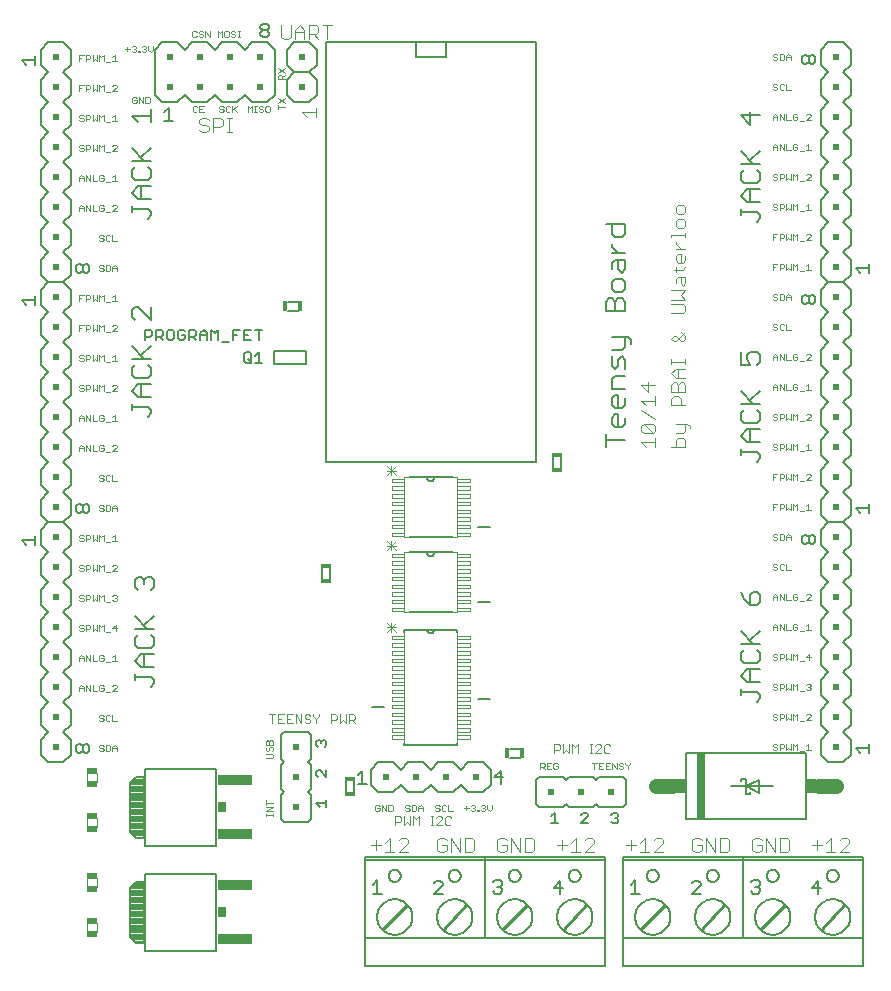
<source format=gto>
G75*
%MOIN*%
%OFA0B0*%
%FSLAX24Y24*%
%IPPOS*%
%LPD*%
%AMOC8*
5,1,8,0,0,1.08239X$1,22.5*
%
%ADD10C,0.0060*%
%ADD11C,0.0040*%
%ADD12C,0.0020*%
%ADD13C,0.0030*%
%ADD14R,0.0374X0.0197*%
%ADD15C,0.0500*%
%ADD16R,0.0300X0.2200*%
%ADD17R,0.0350X0.0500*%
%ADD18C,0.0080*%
%ADD19R,0.1140X0.0340*%
%ADD20R,0.0300X0.0340*%
%ADD21C,0.0079*%
%ADD22C,0.0050*%
%ADD23R,0.0240X0.0240*%
%ADD24R,0.0340X0.0160*%
%ADD25R,0.0160X0.0340*%
%ADD26R,0.0200X0.0200*%
%ADD27C,0.0000*%
%ADD28C,0.0100*%
D10*
X001700Y007900D02*
X001450Y008150D01*
X001450Y008650D01*
X001700Y008900D01*
X001450Y009150D01*
X001450Y009650D01*
X001700Y009900D01*
X001450Y010150D01*
X001450Y010650D01*
X001700Y010900D01*
X001450Y011150D01*
X001450Y011650D01*
X001700Y011900D01*
X001450Y012150D01*
X001450Y012650D01*
X001700Y012900D01*
X001450Y013150D01*
X001450Y013650D01*
X001700Y013900D01*
X001450Y014150D01*
X001450Y014650D01*
X001700Y014900D01*
X001450Y015150D01*
X001450Y015650D01*
X001700Y015900D01*
X002200Y015900D01*
X002450Y015650D01*
X002450Y015150D01*
X002200Y014900D01*
X002450Y014650D01*
X002450Y014150D01*
X002200Y013900D01*
X002450Y013650D01*
X002450Y013150D01*
X002200Y012900D01*
X002450Y012650D01*
X002450Y012150D01*
X002200Y011900D01*
X002450Y011650D01*
X002450Y011150D01*
X002200Y010900D01*
X002450Y010650D01*
X002450Y010150D01*
X002200Y009900D01*
X002450Y009650D01*
X002450Y009150D01*
X002200Y008900D01*
X002450Y008650D01*
X002450Y008150D01*
X002200Y007900D01*
X001700Y007900D01*
X004579Y010644D02*
X004579Y010857D01*
X004579Y010750D02*
X005113Y010750D01*
X005220Y010644D01*
X005220Y010537D01*
X005113Y010430D01*
X005220Y011075D02*
X004793Y011075D01*
X004579Y011288D01*
X004793Y011502D01*
X005220Y011502D01*
X005113Y011719D02*
X005220Y011826D01*
X005220Y012039D01*
X005113Y012146D01*
X005006Y012364D02*
X004579Y012791D01*
X004579Y012364D02*
X005220Y012364D01*
X004900Y012470D02*
X005220Y012791D01*
X004686Y012146D02*
X004579Y012039D01*
X004579Y011826D01*
X004686Y011719D01*
X005113Y011719D01*
X004900Y011502D02*
X004900Y011075D01*
X005113Y013653D02*
X005220Y013760D01*
X005220Y013973D01*
X005113Y014080D01*
X005006Y014080D01*
X004900Y013973D01*
X004900Y013866D01*
X004900Y013973D02*
X004793Y014080D01*
X004686Y014080D01*
X004579Y013973D01*
X004579Y013760D01*
X004686Y013653D01*
X002450Y016150D02*
X002200Y015900D01*
X001700Y015900D01*
X001450Y016150D01*
X001450Y016650D01*
X001700Y016900D01*
X001450Y017150D01*
X001450Y017650D01*
X001700Y017900D01*
X001450Y018150D01*
X001450Y018650D01*
X001700Y018900D01*
X001450Y019150D01*
X001450Y019650D01*
X001700Y019900D01*
X001450Y020150D01*
X001450Y020650D01*
X001700Y020900D01*
X001450Y021150D01*
X001450Y021650D01*
X001700Y021900D01*
X001450Y022150D01*
X001450Y022650D01*
X001700Y022900D01*
X001450Y023150D01*
X001450Y023650D01*
X001700Y023900D01*
X002200Y023900D01*
X002450Y023650D01*
X002450Y023150D01*
X002200Y022900D01*
X002450Y022650D01*
X002450Y022150D01*
X002200Y021900D01*
X002450Y021650D01*
X002450Y021150D01*
X002200Y020900D01*
X002450Y020650D01*
X002450Y020150D01*
X002200Y019900D01*
X002450Y019650D01*
X002450Y019150D01*
X002200Y018900D01*
X002450Y018650D01*
X002450Y018150D01*
X002200Y017900D01*
X002450Y017650D01*
X002450Y017150D01*
X002200Y016900D01*
X002450Y016650D01*
X002450Y016150D01*
X005013Y019430D02*
X005120Y019537D01*
X005120Y019644D01*
X005013Y019750D01*
X004479Y019750D01*
X004479Y019644D02*
X004479Y019857D01*
X004693Y020075D02*
X004479Y020288D01*
X004693Y020502D01*
X005120Y020502D01*
X005013Y020719D02*
X005120Y020826D01*
X005120Y021039D01*
X005013Y021146D01*
X004906Y021364D02*
X004479Y021791D01*
X004479Y021364D02*
X005120Y021364D01*
X004800Y021470D02*
X005120Y021791D01*
X004586Y021146D02*
X004479Y021039D01*
X004479Y020826D01*
X004586Y020719D01*
X005013Y020719D01*
X004800Y020502D02*
X004800Y020075D01*
X004693Y020075D02*
X005120Y020075D01*
X005120Y022653D02*
X004693Y023080D01*
X004586Y023080D01*
X004479Y022973D01*
X004479Y022760D01*
X004586Y022653D01*
X005120Y022653D02*
X005120Y023080D01*
X002450Y024150D02*
X002200Y023900D01*
X001700Y023900D01*
X001450Y024150D01*
X001450Y024650D01*
X001700Y024900D01*
X001450Y025150D01*
X001450Y025650D01*
X001700Y025900D01*
X001450Y026150D01*
X001450Y026650D01*
X001700Y026900D01*
X001450Y027150D01*
X001450Y027650D01*
X001700Y027900D01*
X001450Y028150D01*
X001450Y028650D01*
X001700Y028900D01*
X001450Y029150D01*
X001450Y029650D01*
X001700Y029900D01*
X001450Y030150D01*
X001450Y030650D01*
X001700Y030900D01*
X001450Y031150D01*
X001450Y031650D01*
X001700Y031900D01*
X002200Y031900D01*
X002450Y031650D01*
X002450Y031150D01*
X002200Y030900D01*
X002450Y030650D01*
X002450Y030150D01*
X002200Y029900D01*
X002450Y029650D01*
X002450Y029150D01*
X002200Y028900D01*
X002450Y028650D01*
X002450Y028150D01*
X002200Y027900D01*
X002450Y027650D01*
X002450Y027150D01*
X002200Y026900D01*
X002450Y026650D01*
X002450Y026150D01*
X002200Y025900D01*
X002450Y025650D01*
X002450Y025150D01*
X002200Y024900D01*
X002450Y024650D01*
X002450Y024150D01*
X004479Y026244D02*
X004479Y026457D01*
X004479Y026350D02*
X005013Y026350D01*
X005120Y026244D01*
X005120Y026137D01*
X005013Y026030D01*
X005120Y026675D02*
X004693Y026675D01*
X004479Y026888D01*
X004693Y027102D01*
X005120Y027102D01*
X005013Y027319D02*
X005120Y027426D01*
X005120Y027639D01*
X005013Y027746D01*
X004906Y027964D02*
X004479Y028391D01*
X004479Y027964D02*
X005120Y027964D01*
X004800Y028070D02*
X005120Y028391D01*
X004586Y027746D02*
X004479Y027639D01*
X004479Y027426D01*
X004586Y027319D01*
X005013Y027319D01*
X004800Y027102D02*
X004800Y026675D01*
X004693Y029253D02*
X004479Y029466D01*
X005120Y029466D01*
X005120Y029253D02*
X005120Y029680D01*
X005500Y029900D02*
X006000Y029900D01*
X006250Y030150D01*
X006500Y029900D01*
X007000Y029900D01*
X007250Y030150D01*
X007500Y029900D01*
X008000Y029900D01*
X008250Y030150D01*
X008500Y029900D01*
X009000Y029900D01*
X009250Y030150D01*
X009250Y031650D01*
X009000Y031900D01*
X008500Y031900D01*
X008250Y031650D01*
X008000Y031900D01*
X007500Y031900D01*
X007250Y031650D01*
X007000Y031900D01*
X006500Y031900D01*
X006250Y031650D01*
X006000Y031900D01*
X005500Y031900D01*
X005250Y031650D01*
X005250Y030150D01*
X005500Y029900D01*
X009650Y030150D02*
X009900Y029900D01*
X010400Y029900D01*
X010650Y030150D01*
X010650Y030650D01*
X010400Y030900D01*
X010650Y031150D01*
X010650Y031650D01*
X010400Y031900D01*
X009900Y031900D01*
X009650Y031650D01*
X009650Y031150D01*
X009900Y030900D01*
X010400Y030900D01*
X009900Y030900D02*
X009650Y030650D01*
X009650Y030150D01*
X009680Y023240D02*
X010020Y023240D01*
X010020Y022960D02*
X009680Y022960D01*
X013710Y017400D02*
X014330Y017400D01*
X014570Y017400D01*
X015190Y017400D01*
X014570Y017400D02*
X014568Y017379D01*
X014563Y017359D01*
X014554Y017340D01*
X014542Y017323D01*
X014527Y017308D01*
X014510Y017296D01*
X014491Y017287D01*
X014471Y017282D01*
X014450Y017280D01*
X014429Y017282D01*
X014409Y017287D01*
X014390Y017296D01*
X014373Y017308D01*
X014358Y017323D01*
X014346Y017340D01*
X014337Y017359D01*
X014332Y017379D01*
X014330Y017400D01*
X013710Y015400D02*
X015190Y015400D01*
X015190Y014900D02*
X014570Y014900D01*
X014330Y014900D01*
X013710Y014900D01*
X014330Y014900D02*
X014332Y014879D01*
X014337Y014859D01*
X014346Y014840D01*
X014358Y014823D01*
X014373Y014808D01*
X014390Y014796D01*
X014409Y014787D01*
X014429Y014782D01*
X014450Y014780D01*
X014471Y014782D01*
X014491Y014787D01*
X014510Y014796D01*
X014527Y014808D01*
X014542Y014823D01*
X014554Y014840D01*
X014563Y014859D01*
X014568Y014879D01*
X014570Y014900D01*
X016030Y015760D02*
X016430Y015760D01*
X016430Y013260D02*
X016030Y013260D01*
X015190Y012900D02*
X013710Y012900D01*
X013560Y012330D02*
X013560Y012260D01*
X013560Y012330D02*
X014330Y012330D01*
X014570Y012330D01*
X015340Y012330D01*
X015340Y012260D01*
X014570Y012330D02*
X014568Y012309D01*
X014563Y012289D01*
X014554Y012270D01*
X014542Y012253D01*
X014527Y012238D01*
X014510Y012226D01*
X014491Y012217D01*
X014471Y012212D01*
X014450Y012210D01*
X014429Y012212D01*
X014409Y012217D01*
X014390Y012226D01*
X014373Y012238D01*
X014358Y012253D01*
X014346Y012270D01*
X014337Y012289D01*
X014332Y012309D01*
X014330Y012330D01*
X016010Y010000D02*
X016410Y010000D01*
X017080Y008340D02*
X017420Y008340D01*
X017420Y008060D02*
X017080Y008060D01*
X016450Y007650D02*
X016450Y007150D01*
X016200Y006900D01*
X015700Y006900D01*
X015450Y007150D01*
X015200Y006900D01*
X014700Y006900D01*
X014450Y007150D01*
X014200Y006900D01*
X013700Y006900D01*
X013450Y007150D01*
X013200Y006900D01*
X012700Y006900D01*
X012450Y007150D01*
X012450Y007650D01*
X012700Y007900D01*
X013200Y007900D01*
X013450Y007650D01*
X013700Y007900D01*
X014200Y007900D01*
X014450Y007650D01*
X014700Y007900D01*
X015200Y007900D01*
X015450Y007650D01*
X015700Y007900D01*
X016200Y007900D01*
X016450Y007650D01*
X015340Y008470D02*
X015340Y008540D01*
X015340Y008470D02*
X013560Y008470D01*
X013560Y008540D01*
X012890Y009750D02*
X012490Y009750D01*
X010450Y008800D02*
X010450Y008000D01*
X010350Y007900D01*
X010450Y007800D01*
X010450Y007000D01*
X010350Y006900D01*
X010450Y006800D01*
X010450Y006000D01*
X010350Y005900D01*
X009550Y005900D01*
X009450Y006000D01*
X009450Y006800D01*
X009550Y006900D01*
X009450Y007000D01*
X009450Y007800D01*
X009550Y007900D01*
X009450Y008000D01*
X009450Y008800D01*
X009550Y008900D01*
X010350Y008900D01*
X010450Y008800D01*
X011610Y007270D02*
X011610Y006930D01*
X011890Y006930D02*
X011890Y007270D01*
X012250Y004750D02*
X016250Y004750D01*
X016250Y002050D01*
X016900Y002050D01*
X017600Y002050D01*
X018900Y002050D01*
X019600Y002050D01*
X020250Y002050D01*
X020250Y001100D01*
X012250Y001100D01*
X012250Y002050D01*
X012900Y002050D01*
X013600Y002050D01*
X014900Y002050D01*
X015600Y002050D01*
X016250Y002050D01*
X014660Y002750D02*
X014662Y002798D01*
X014668Y002846D01*
X014678Y002893D01*
X014691Y002939D01*
X014708Y002984D01*
X014729Y003027D01*
X014754Y003069D01*
X014781Y003108D01*
X014812Y003145D01*
X014846Y003180D01*
X014882Y003211D01*
X014921Y003240D01*
X014962Y003265D01*
X015005Y003287D01*
X015049Y003305D01*
X015095Y003319D01*
X015142Y003330D01*
X015190Y003337D01*
X015238Y003340D01*
X015286Y003339D01*
X015334Y003334D01*
X015381Y003325D01*
X015428Y003313D01*
X015473Y003296D01*
X015517Y003276D01*
X015559Y003253D01*
X015599Y003226D01*
X015636Y003196D01*
X015671Y003163D01*
X015704Y003127D01*
X015733Y003089D01*
X015759Y003048D01*
X015782Y003006D01*
X015801Y002962D01*
X015816Y002916D01*
X015828Y002870D01*
X015836Y002822D01*
X015840Y002774D01*
X015840Y002726D01*
X015836Y002678D01*
X015828Y002630D01*
X015816Y002584D01*
X015801Y002538D01*
X015782Y002494D01*
X015759Y002452D01*
X015733Y002411D01*
X015704Y002373D01*
X015671Y002337D01*
X015636Y002304D01*
X015599Y002274D01*
X015559Y002247D01*
X015517Y002224D01*
X015473Y002204D01*
X015428Y002187D01*
X015381Y002175D01*
X015334Y002166D01*
X015286Y002161D01*
X015238Y002160D01*
X015190Y002163D01*
X015142Y002170D01*
X015095Y002181D01*
X015049Y002195D01*
X015005Y002213D01*
X014962Y002235D01*
X014921Y002260D01*
X014882Y002289D01*
X014846Y002320D01*
X014812Y002355D01*
X014781Y002392D01*
X014754Y002431D01*
X014729Y002473D01*
X014708Y002516D01*
X014691Y002561D01*
X014678Y002607D01*
X014668Y002654D01*
X014662Y002702D01*
X014660Y002750D01*
X012660Y002750D02*
X012662Y002798D01*
X012668Y002846D01*
X012678Y002893D01*
X012691Y002939D01*
X012708Y002984D01*
X012729Y003027D01*
X012754Y003069D01*
X012781Y003108D01*
X012812Y003145D01*
X012846Y003180D01*
X012882Y003211D01*
X012921Y003240D01*
X012962Y003265D01*
X013005Y003287D01*
X013049Y003305D01*
X013095Y003319D01*
X013142Y003330D01*
X013190Y003337D01*
X013238Y003340D01*
X013286Y003339D01*
X013334Y003334D01*
X013381Y003325D01*
X013428Y003313D01*
X013473Y003296D01*
X013517Y003276D01*
X013559Y003253D01*
X013599Y003226D01*
X013636Y003196D01*
X013671Y003163D01*
X013704Y003127D01*
X013733Y003089D01*
X013759Y003048D01*
X013782Y003006D01*
X013801Y002962D01*
X013816Y002916D01*
X013828Y002870D01*
X013836Y002822D01*
X013840Y002774D01*
X013840Y002726D01*
X013836Y002678D01*
X013828Y002630D01*
X013816Y002584D01*
X013801Y002538D01*
X013782Y002494D01*
X013759Y002452D01*
X013733Y002411D01*
X013704Y002373D01*
X013671Y002337D01*
X013636Y002304D01*
X013599Y002274D01*
X013559Y002247D01*
X013517Y002224D01*
X013473Y002204D01*
X013428Y002187D01*
X013381Y002175D01*
X013334Y002166D01*
X013286Y002161D01*
X013238Y002160D01*
X013190Y002163D01*
X013142Y002170D01*
X013095Y002181D01*
X013049Y002195D01*
X013005Y002213D01*
X012962Y002235D01*
X012921Y002260D01*
X012882Y002289D01*
X012846Y002320D01*
X012812Y002355D01*
X012781Y002392D01*
X012754Y002431D01*
X012729Y002473D01*
X012708Y002516D01*
X012691Y002561D01*
X012678Y002607D01*
X012668Y002654D01*
X012662Y002702D01*
X012660Y002750D01*
X012250Y002050D02*
X012250Y004650D01*
X012250Y004750D01*
X012250Y004650D02*
X020250Y004650D01*
X020250Y002050D01*
X020850Y002050D02*
X021500Y002050D01*
X022200Y002050D01*
X023500Y002050D01*
X024200Y002050D01*
X024850Y002050D01*
X025500Y002050D01*
X026200Y002050D01*
X027500Y002050D01*
X028200Y002050D01*
X028850Y002050D01*
X028850Y001100D01*
X020850Y001100D01*
X020850Y002050D01*
X020850Y004650D01*
X020850Y004750D01*
X024850Y004750D01*
X024850Y002050D01*
X023260Y002750D02*
X023262Y002798D01*
X023268Y002846D01*
X023278Y002893D01*
X023291Y002939D01*
X023308Y002984D01*
X023329Y003027D01*
X023354Y003069D01*
X023381Y003108D01*
X023412Y003145D01*
X023446Y003180D01*
X023482Y003211D01*
X023521Y003240D01*
X023562Y003265D01*
X023605Y003287D01*
X023649Y003305D01*
X023695Y003319D01*
X023742Y003330D01*
X023790Y003337D01*
X023838Y003340D01*
X023886Y003339D01*
X023934Y003334D01*
X023981Y003325D01*
X024028Y003313D01*
X024073Y003296D01*
X024117Y003276D01*
X024159Y003253D01*
X024199Y003226D01*
X024236Y003196D01*
X024271Y003163D01*
X024304Y003127D01*
X024333Y003089D01*
X024359Y003048D01*
X024382Y003006D01*
X024401Y002962D01*
X024416Y002916D01*
X024428Y002870D01*
X024436Y002822D01*
X024440Y002774D01*
X024440Y002726D01*
X024436Y002678D01*
X024428Y002630D01*
X024416Y002584D01*
X024401Y002538D01*
X024382Y002494D01*
X024359Y002452D01*
X024333Y002411D01*
X024304Y002373D01*
X024271Y002337D01*
X024236Y002304D01*
X024199Y002274D01*
X024159Y002247D01*
X024117Y002224D01*
X024073Y002204D01*
X024028Y002187D01*
X023981Y002175D01*
X023934Y002166D01*
X023886Y002161D01*
X023838Y002160D01*
X023790Y002163D01*
X023742Y002170D01*
X023695Y002181D01*
X023649Y002195D01*
X023605Y002213D01*
X023562Y002235D01*
X023521Y002260D01*
X023482Y002289D01*
X023446Y002320D01*
X023412Y002355D01*
X023381Y002392D01*
X023354Y002431D01*
X023329Y002473D01*
X023308Y002516D01*
X023291Y002561D01*
X023278Y002607D01*
X023268Y002654D01*
X023262Y002702D01*
X023260Y002750D01*
X023650Y004120D02*
X023652Y004148D01*
X023658Y004175D01*
X023667Y004201D01*
X023680Y004226D01*
X023697Y004249D01*
X023716Y004269D01*
X023738Y004286D01*
X023762Y004300D01*
X023788Y004310D01*
X023815Y004317D01*
X023843Y004320D01*
X023871Y004319D01*
X023898Y004314D01*
X023925Y004305D01*
X023950Y004293D01*
X023973Y004278D01*
X023994Y004259D01*
X024012Y004238D01*
X024027Y004214D01*
X024038Y004188D01*
X024046Y004162D01*
X024050Y004134D01*
X024050Y004106D01*
X024046Y004078D01*
X024038Y004052D01*
X024027Y004026D01*
X024012Y004002D01*
X023994Y003981D01*
X023973Y003962D01*
X023950Y003947D01*
X023925Y003935D01*
X023898Y003926D01*
X023871Y003921D01*
X023843Y003920D01*
X023815Y003923D01*
X023788Y003930D01*
X023762Y003940D01*
X023738Y003954D01*
X023716Y003971D01*
X023697Y003991D01*
X023680Y004014D01*
X023667Y004039D01*
X023658Y004065D01*
X023652Y004092D01*
X023650Y004120D01*
X024850Y004750D02*
X028850Y004750D01*
X028850Y004650D01*
X028850Y002050D01*
X027260Y002750D02*
X027262Y002798D01*
X027268Y002846D01*
X027278Y002893D01*
X027291Y002939D01*
X027308Y002984D01*
X027329Y003027D01*
X027354Y003069D01*
X027381Y003108D01*
X027412Y003145D01*
X027446Y003180D01*
X027482Y003211D01*
X027521Y003240D01*
X027562Y003265D01*
X027605Y003287D01*
X027649Y003305D01*
X027695Y003319D01*
X027742Y003330D01*
X027790Y003337D01*
X027838Y003340D01*
X027886Y003339D01*
X027934Y003334D01*
X027981Y003325D01*
X028028Y003313D01*
X028073Y003296D01*
X028117Y003276D01*
X028159Y003253D01*
X028199Y003226D01*
X028236Y003196D01*
X028271Y003163D01*
X028304Y003127D01*
X028333Y003089D01*
X028359Y003048D01*
X028382Y003006D01*
X028401Y002962D01*
X028416Y002916D01*
X028428Y002870D01*
X028436Y002822D01*
X028440Y002774D01*
X028440Y002726D01*
X028436Y002678D01*
X028428Y002630D01*
X028416Y002584D01*
X028401Y002538D01*
X028382Y002494D01*
X028359Y002452D01*
X028333Y002411D01*
X028304Y002373D01*
X028271Y002337D01*
X028236Y002304D01*
X028199Y002274D01*
X028159Y002247D01*
X028117Y002224D01*
X028073Y002204D01*
X028028Y002187D01*
X027981Y002175D01*
X027934Y002166D01*
X027886Y002161D01*
X027838Y002160D01*
X027790Y002163D01*
X027742Y002170D01*
X027695Y002181D01*
X027649Y002195D01*
X027605Y002213D01*
X027562Y002235D01*
X027521Y002260D01*
X027482Y002289D01*
X027446Y002320D01*
X027412Y002355D01*
X027381Y002392D01*
X027354Y002431D01*
X027329Y002473D01*
X027308Y002516D01*
X027291Y002561D01*
X027278Y002607D01*
X027268Y002654D01*
X027262Y002702D01*
X027260Y002750D01*
X027650Y004120D02*
X027652Y004148D01*
X027658Y004175D01*
X027667Y004201D01*
X027680Y004226D01*
X027697Y004249D01*
X027716Y004269D01*
X027738Y004286D01*
X027762Y004300D01*
X027788Y004310D01*
X027815Y004317D01*
X027843Y004320D01*
X027871Y004319D01*
X027898Y004314D01*
X027925Y004305D01*
X027950Y004293D01*
X027973Y004278D01*
X027994Y004259D01*
X028012Y004238D01*
X028027Y004214D01*
X028038Y004188D01*
X028046Y004162D01*
X028050Y004134D01*
X028050Y004106D01*
X028046Y004078D01*
X028038Y004052D01*
X028027Y004026D01*
X028012Y004002D01*
X027994Y003981D01*
X027973Y003962D01*
X027950Y003947D01*
X027925Y003935D01*
X027898Y003926D01*
X027871Y003921D01*
X027843Y003920D01*
X027815Y003923D01*
X027788Y003930D01*
X027762Y003940D01*
X027738Y003954D01*
X027716Y003971D01*
X027697Y003991D01*
X027680Y004014D01*
X027667Y004039D01*
X027658Y004065D01*
X027652Y004092D01*
X027650Y004120D01*
X028850Y004650D02*
X020850Y004650D01*
X020250Y004650D02*
X020250Y004750D01*
X016250Y004750D01*
X015050Y004120D02*
X015052Y004148D01*
X015058Y004175D01*
X015067Y004201D01*
X015080Y004226D01*
X015097Y004249D01*
X015116Y004269D01*
X015138Y004286D01*
X015162Y004300D01*
X015188Y004310D01*
X015215Y004317D01*
X015243Y004320D01*
X015271Y004319D01*
X015298Y004314D01*
X015325Y004305D01*
X015350Y004293D01*
X015373Y004278D01*
X015394Y004259D01*
X015412Y004238D01*
X015427Y004214D01*
X015438Y004188D01*
X015446Y004162D01*
X015450Y004134D01*
X015450Y004106D01*
X015446Y004078D01*
X015438Y004052D01*
X015427Y004026D01*
X015412Y004002D01*
X015394Y003981D01*
X015373Y003962D01*
X015350Y003947D01*
X015325Y003935D01*
X015298Y003926D01*
X015271Y003921D01*
X015243Y003920D01*
X015215Y003923D01*
X015188Y003930D01*
X015162Y003940D01*
X015138Y003954D01*
X015116Y003971D01*
X015097Y003991D01*
X015080Y004014D01*
X015067Y004039D01*
X015058Y004065D01*
X015052Y004092D01*
X015050Y004120D01*
X013050Y004120D02*
X013052Y004148D01*
X013058Y004175D01*
X013067Y004201D01*
X013080Y004226D01*
X013097Y004249D01*
X013116Y004269D01*
X013138Y004286D01*
X013162Y004300D01*
X013188Y004310D01*
X013215Y004317D01*
X013243Y004320D01*
X013271Y004319D01*
X013298Y004314D01*
X013325Y004305D01*
X013350Y004293D01*
X013373Y004278D01*
X013394Y004259D01*
X013412Y004238D01*
X013427Y004214D01*
X013438Y004188D01*
X013446Y004162D01*
X013450Y004134D01*
X013450Y004106D01*
X013446Y004078D01*
X013438Y004052D01*
X013427Y004026D01*
X013412Y004002D01*
X013394Y003981D01*
X013373Y003962D01*
X013350Y003947D01*
X013325Y003935D01*
X013298Y003926D01*
X013271Y003921D01*
X013243Y003920D01*
X013215Y003923D01*
X013188Y003930D01*
X013162Y003940D01*
X013138Y003954D01*
X013116Y003971D01*
X013097Y003991D01*
X013080Y004014D01*
X013067Y004039D01*
X013058Y004065D01*
X013052Y004092D01*
X013050Y004120D01*
X017050Y004120D02*
X017052Y004148D01*
X017058Y004175D01*
X017067Y004201D01*
X017080Y004226D01*
X017097Y004249D01*
X017116Y004269D01*
X017138Y004286D01*
X017162Y004300D01*
X017188Y004310D01*
X017215Y004317D01*
X017243Y004320D01*
X017271Y004319D01*
X017298Y004314D01*
X017325Y004305D01*
X017350Y004293D01*
X017373Y004278D01*
X017394Y004259D01*
X017412Y004238D01*
X017427Y004214D01*
X017438Y004188D01*
X017446Y004162D01*
X017450Y004134D01*
X017450Y004106D01*
X017446Y004078D01*
X017438Y004052D01*
X017427Y004026D01*
X017412Y004002D01*
X017394Y003981D01*
X017373Y003962D01*
X017350Y003947D01*
X017325Y003935D01*
X017298Y003926D01*
X017271Y003921D01*
X017243Y003920D01*
X017215Y003923D01*
X017188Y003930D01*
X017162Y003940D01*
X017138Y003954D01*
X017116Y003971D01*
X017097Y003991D01*
X017080Y004014D01*
X017067Y004039D01*
X017058Y004065D01*
X017052Y004092D01*
X017050Y004120D01*
X016660Y002750D02*
X016662Y002798D01*
X016668Y002846D01*
X016678Y002893D01*
X016691Y002939D01*
X016708Y002984D01*
X016729Y003027D01*
X016754Y003069D01*
X016781Y003108D01*
X016812Y003145D01*
X016846Y003180D01*
X016882Y003211D01*
X016921Y003240D01*
X016962Y003265D01*
X017005Y003287D01*
X017049Y003305D01*
X017095Y003319D01*
X017142Y003330D01*
X017190Y003337D01*
X017238Y003340D01*
X017286Y003339D01*
X017334Y003334D01*
X017381Y003325D01*
X017428Y003313D01*
X017473Y003296D01*
X017517Y003276D01*
X017559Y003253D01*
X017599Y003226D01*
X017636Y003196D01*
X017671Y003163D01*
X017704Y003127D01*
X017733Y003089D01*
X017759Y003048D01*
X017782Y003006D01*
X017801Y002962D01*
X017816Y002916D01*
X017828Y002870D01*
X017836Y002822D01*
X017840Y002774D01*
X017840Y002726D01*
X017836Y002678D01*
X017828Y002630D01*
X017816Y002584D01*
X017801Y002538D01*
X017782Y002494D01*
X017759Y002452D01*
X017733Y002411D01*
X017704Y002373D01*
X017671Y002337D01*
X017636Y002304D01*
X017599Y002274D01*
X017559Y002247D01*
X017517Y002224D01*
X017473Y002204D01*
X017428Y002187D01*
X017381Y002175D01*
X017334Y002166D01*
X017286Y002161D01*
X017238Y002160D01*
X017190Y002163D01*
X017142Y002170D01*
X017095Y002181D01*
X017049Y002195D01*
X017005Y002213D01*
X016962Y002235D01*
X016921Y002260D01*
X016882Y002289D01*
X016846Y002320D01*
X016812Y002355D01*
X016781Y002392D01*
X016754Y002431D01*
X016729Y002473D01*
X016708Y002516D01*
X016691Y002561D01*
X016678Y002607D01*
X016668Y002654D01*
X016662Y002702D01*
X016660Y002750D01*
X018660Y002750D02*
X018662Y002798D01*
X018668Y002846D01*
X018678Y002893D01*
X018691Y002939D01*
X018708Y002984D01*
X018729Y003027D01*
X018754Y003069D01*
X018781Y003108D01*
X018812Y003145D01*
X018846Y003180D01*
X018882Y003211D01*
X018921Y003240D01*
X018962Y003265D01*
X019005Y003287D01*
X019049Y003305D01*
X019095Y003319D01*
X019142Y003330D01*
X019190Y003337D01*
X019238Y003340D01*
X019286Y003339D01*
X019334Y003334D01*
X019381Y003325D01*
X019428Y003313D01*
X019473Y003296D01*
X019517Y003276D01*
X019559Y003253D01*
X019599Y003226D01*
X019636Y003196D01*
X019671Y003163D01*
X019704Y003127D01*
X019733Y003089D01*
X019759Y003048D01*
X019782Y003006D01*
X019801Y002962D01*
X019816Y002916D01*
X019828Y002870D01*
X019836Y002822D01*
X019840Y002774D01*
X019840Y002726D01*
X019836Y002678D01*
X019828Y002630D01*
X019816Y002584D01*
X019801Y002538D01*
X019782Y002494D01*
X019759Y002452D01*
X019733Y002411D01*
X019704Y002373D01*
X019671Y002337D01*
X019636Y002304D01*
X019599Y002274D01*
X019559Y002247D01*
X019517Y002224D01*
X019473Y002204D01*
X019428Y002187D01*
X019381Y002175D01*
X019334Y002166D01*
X019286Y002161D01*
X019238Y002160D01*
X019190Y002163D01*
X019142Y002170D01*
X019095Y002181D01*
X019049Y002195D01*
X019005Y002213D01*
X018962Y002235D01*
X018921Y002260D01*
X018882Y002289D01*
X018846Y002320D01*
X018812Y002355D01*
X018781Y002392D01*
X018754Y002431D01*
X018729Y002473D01*
X018708Y002516D01*
X018691Y002561D01*
X018678Y002607D01*
X018668Y002654D01*
X018662Y002702D01*
X018660Y002750D01*
X019050Y004120D02*
X019052Y004148D01*
X019058Y004175D01*
X019067Y004201D01*
X019080Y004226D01*
X019097Y004249D01*
X019116Y004269D01*
X019138Y004286D01*
X019162Y004300D01*
X019188Y004310D01*
X019215Y004317D01*
X019243Y004320D01*
X019271Y004319D01*
X019298Y004314D01*
X019325Y004305D01*
X019350Y004293D01*
X019373Y004278D01*
X019394Y004259D01*
X019412Y004238D01*
X019427Y004214D01*
X019438Y004188D01*
X019446Y004162D01*
X019450Y004134D01*
X019450Y004106D01*
X019446Y004078D01*
X019438Y004052D01*
X019427Y004026D01*
X019412Y004002D01*
X019394Y003981D01*
X019373Y003962D01*
X019350Y003947D01*
X019325Y003935D01*
X019298Y003926D01*
X019271Y003921D01*
X019243Y003920D01*
X019215Y003923D01*
X019188Y003930D01*
X019162Y003940D01*
X019138Y003954D01*
X019116Y003971D01*
X019097Y003991D01*
X019080Y004014D01*
X019067Y004039D01*
X019058Y004065D01*
X019052Y004092D01*
X019050Y004120D01*
X019050Y006400D02*
X018950Y006500D01*
X018850Y006400D01*
X018050Y006400D01*
X017950Y006500D01*
X017950Y007300D01*
X018050Y007400D01*
X018850Y007400D01*
X018950Y007300D01*
X019050Y007400D01*
X019850Y007400D01*
X019950Y007300D01*
X020050Y007400D01*
X020850Y007400D01*
X020950Y007300D01*
X020950Y006500D01*
X020850Y006400D01*
X020050Y006400D01*
X019950Y006500D01*
X019850Y006400D01*
X019050Y006400D01*
X021650Y004120D02*
X021652Y004148D01*
X021658Y004175D01*
X021667Y004201D01*
X021680Y004226D01*
X021697Y004249D01*
X021716Y004269D01*
X021738Y004286D01*
X021762Y004300D01*
X021788Y004310D01*
X021815Y004317D01*
X021843Y004320D01*
X021871Y004319D01*
X021898Y004314D01*
X021925Y004305D01*
X021950Y004293D01*
X021973Y004278D01*
X021994Y004259D01*
X022012Y004238D01*
X022027Y004214D01*
X022038Y004188D01*
X022046Y004162D01*
X022050Y004134D01*
X022050Y004106D01*
X022046Y004078D01*
X022038Y004052D01*
X022027Y004026D01*
X022012Y004002D01*
X021994Y003981D01*
X021973Y003962D01*
X021950Y003947D01*
X021925Y003935D01*
X021898Y003926D01*
X021871Y003921D01*
X021843Y003920D01*
X021815Y003923D01*
X021788Y003930D01*
X021762Y003940D01*
X021738Y003954D01*
X021716Y003971D01*
X021697Y003991D01*
X021680Y004014D01*
X021667Y004039D01*
X021658Y004065D01*
X021652Y004092D01*
X021650Y004120D01*
X021260Y002750D02*
X021262Y002798D01*
X021268Y002846D01*
X021278Y002893D01*
X021291Y002939D01*
X021308Y002984D01*
X021329Y003027D01*
X021354Y003069D01*
X021381Y003108D01*
X021412Y003145D01*
X021446Y003180D01*
X021482Y003211D01*
X021521Y003240D01*
X021562Y003265D01*
X021605Y003287D01*
X021649Y003305D01*
X021695Y003319D01*
X021742Y003330D01*
X021790Y003337D01*
X021838Y003340D01*
X021886Y003339D01*
X021934Y003334D01*
X021981Y003325D01*
X022028Y003313D01*
X022073Y003296D01*
X022117Y003276D01*
X022159Y003253D01*
X022199Y003226D01*
X022236Y003196D01*
X022271Y003163D01*
X022304Y003127D01*
X022333Y003089D01*
X022359Y003048D01*
X022382Y003006D01*
X022401Y002962D01*
X022416Y002916D01*
X022428Y002870D01*
X022436Y002822D01*
X022440Y002774D01*
X022440Y002726D01*
X022436Y002678D01*
X022428Y002630D01*
X022416Y002584D01*
X022401Y002538D01*
X022382Y002494D01*
X022359Y002452D01*
X022333Y002411D01*
X022304Y002373D01*
X022271Y002337D01*
X022236Y002304D01*
X022199Y002274D01*
X022159Y002247D01*
X022117Y002224D01*
X022073Y002204D01*
X022028Y002187D01*
X021981Y002175D01*
X021934Y002166D01*
X021886Y002161D01*
X021838Y002160D01*
X021790Y002163D01*
X021742Y002170D01*
X021695Y002181D01*
X021649Y002195D01*
X021605Y002213D01*
X021562Y002235D01*
X021521Y002260D01*
X021482Y002289D01*
X021446Y002320D01*
X021412Y002355D01*
X021381Y002392D01*
X021354Y002431D01*
X021329Y002473D01*
X021308Y002516D01*
X021291Y002561D01*
X021278Y002607D01*
X021268Y002654D01*
X021262Y002702D01*
X021260Y002750D01*
X022950Y006000D02*
X026950Y006000D01*
X026950Y008200D01*
X022950Y008200D01*
X022950Y006000D01*
X024450Y007100D02*
X024950Y007100D01*
X024950Y006850D01*
X025100Y006850D01*
X025100Y006920D01*
X024950Y007100D02*
X024950Y007350D01*
X024800Y007350D01*
X024800Y007280D01*
X024950Y007100D02*
X025850Y007100D01*
X025400Y006870D02*
X024950Y007100D01*
X025400Y007330D01*
X025400Y006870D01*
X027450Y008150D02*
X027700Y007900D01*
X028200Y007900D01*
X028450Y008150D01*
X028450Y008650D01*
X028200Y008900D01*
X028450Y009150D01*
X028450Y009650D01*
X028200Y009900D01*
X028450Y010150D01*
X028450Y010650D01*
X028200Y010900D01*
X028450Y011150D01*
X028450Y011650D01*
X028200Y011900D01*
X028450Y012150D01*
X028450Y012650D01*
X028200Y012900D01*
X028450Y013150D01*
X028450Y013650D01*
X028200Y013900D01*
X028450Y014150D01*
X028450Y014650D01*
X028200Y014900D01*
X028450Y015150D01*
X028450Y015650D01*
X028200Y015900D01*
X027700Y015900D01*
X027450Y015650D01*
X027450Y015150D01*
X027700Y014900D01*
X027450Y014650D01*
X027450Y014150D01*
X027700Y013900D01*
X027450Y013650D01*
X027450Y013150D01*
X027700Y012900D01*
X027450Y012650D01*
X027450Y012150D01*
X027700Y011900D01*
X027450Y011650D01*
X027450Y011150D01*
X027700Y010900D01*
X027450Y010650D01*
X027450Y010150D01*
X027700Y009900D01*
X027450Y009650D01*
X027450Y009150D01*
X027700Y008900D01*
X027450Y008650D01*
X027450Y008150D01*
X025420Y010037D02*
X025420Y010144D01*
X025313Y010250D01*
X024779Y010250D01*
X024779Y010144D02*
X024779Y010357D01*
X024993Y010575D02*
X024779Y010788D01*
X024993Y011002D01*
X025420Y011002D01*
X025313Y011219D02*
X025420Y011326D01*
X025420Y011539D01*
X025313Y011646D01*
X025206Y011864D02*
X024779Y012291D01*
X025100Y011970D02*
X025420Y012291D01*
X025420Y011864D02*
X024779Y011864D01*
X024886Y011646D02*
X024779Y011539D01*
X024779Y011326D01*
X024886Y011219D01*
X025313Y011219D01*
X025100Y011002D02*
X025100Y010575D01*
X024993Y010575D02*
X025420Y010575D01*
X025420Y010037D02*
X025313Y009930D01*
X025313Y013153D02*
X025100Y013153D01*
X025100Y013473D01*
X025206Y013580D01*
X025313Y013580D01*
X025420Y013473D01*
X025420Y013260D01*
X025313Y013153D01*
X025100Y013153D02*
X024886Y013366D01*
X024779Y013580D01*
X027450Y016150D02*
X027450Y016650D01*
X027700Y016900D01*
X027450Y017150D01*
X027450Y017650D01*
X027700Y017900D01*
X027450Y018150D01*
X027450Y018650D01*
X027700Y018900D01*
X027450Y019150D01*
X027450Y019650D01*
X027700Y019900D01*
X027450Y020150D01*
X027450Y020650D01*
X027700Y020900D01*
X027450Y021150D01*
X027450Y021650D01*
X027700Y021900D01*
X027450Y022150D01*
X027450Y022650D01*
X027700Y022900D01*
X027450Y023150D01*
X027450Y023650D01*
X027700Y023900D01*
X028200Y023900D01*
X028450Y023650D01*
X028450Y023150D01*
X028200Y022900D01*
X028450Y022650D01*
X028450Y022150D01*
X028200Y021900D01*
X028450Y021650D01*
X028450Y021150D01*
X028200Y020900D01*
X028450Y020650D01*
X028450Y020150D01*
X028200Y019900D01*
X028450Y019650D01*
X028450Y019150D01*
X028200Y018900D01*
X028450Y018650D01*
X028450Y018150D01*
X028200Y017900D01*
X028450Y017650D01*
X028450Y017150D01*
X028200Y016900D01*
X028450Y016650D01*
X028450Y016150D01*
X028200Y015900D01*
X027700Y015900D01*
X027450Y016150D01*
X025420Y018037D02*
X025420Y018144D01*
X025313Y018250D01*
X024779Y018250D01*
X024779Y018144D02*
X024779Y018357D01*
X024993Y018575D02*
X024779Y018788D01*
X024993Y019002D01*
X025420Y019002D01*
X025313Y019219D02*
X025420Y019326D01*
X025420Y019539D01*
X025313Y019646D01*
X025206Y019864D02*
X024779Y020291D01*
X024779Y019864D02*
X025420Y019864D01*
X025100Y019970D02*
X025420Y020291D01*
X024886Y019646D02*
X024779Y019539D01*
X024779Y019326D01*
X024886Y019219D01*
X025313Y019219D01*
X025100Y019002D02*
X025100Y018575D01*
X024993Y018575D02*
X025420Y018575D01*
X025420Y018037D02*
X025313Y017930D01*
X025313Y021153D02*
X025420Y021260D01*
X025420Y021473D01*
X025313Y021580D01*
X025100Y021580D01*
X024993Y021473D01*
X024993Y021366D01*
X025100Y021153D01*
X024779Y021153D01*
X024779Y021580D01*
X027450Y024150D02*
X027450Y024650D01*
X027700Y024900D01*
X027450Y025150D01*
X027450Y025650D01*
X027700Y025900D01*
X027450Y026150D01*
X027450Y026650D01*
X027700Y026900D01*
X027450Y027150D01*
X027450Y027650D01*
X027700Y027900D01*
X027450Y028150D01*
X027450Y028650D01*
X027700Y028900D01*
X027450Y029150D01*
X027450Y029650D01*
X027700Y029900D01*
X027450Y030150D01*
X027450Y030650D01*
X027700Y030900D01*
X027450Y031150D01*
X027450Y031650D01*
X027700Y031900D01*
X028200Y031900D01*
X028450Y031650D01*
X028450Y031150D01*
X028200Y030900D01*
X028450Y030650D01*
X028450Y030150D01*
X028200Y029900D01*
X028450Y029650D01*
X028450Y029150D01*
X028200Y028900D01*
X028450Y028650D01*
X028450Y028150D01*
X028200Y027900D01*
X028450Y027650D01*
X028450Y027150D01*
X028200Y026900D01*
X028450Y026650D01*
X028450Y026150D01*
X028200Y025900D01*
X028450Y025650D01*
X028450Y025150D01*
X028200Y024900D01*
X028450Y024650D01*
X028450Y024150D01*
X028200Y023900D01*
X027700Y023900D01*
X027450Y024150D01*
X025420Y026037D02*
X025420Y026144D01*
X025313Y026250D01*
X024779Y026250D01*
X024779Y026144D02*
X024779Y026357D01*
X024993Y026575D02*
X024779Y026788D01*
X024993Y027002D01*
X025420Y027002D01*
X025313Y027219D02*
X025420Y027326D01*
X025420Y027539D01*
X025313Y027646D01*
X025206Y027864D02*
X024779Y028291D01*
X024779Y027864D02*
X025420Y027864D01*
X025100Y027970D02*
X025420Y028291D01*
X024886Y027646D02*
X024779Y027539D01*
X024779Y027326D01*
X024886Y027219D01*
X025313Y027219D01*
X025100Y027002D02*
X025100Y026575D01*
X024993Y026575D02*
X025420Y026575D01*
X025420Y026037D02*
X025313Y025930D01*
X025100Y029153D02*
X025100Y029580D01*
X025420Y029473D02*
X024779Y029473D01*
X025100Y029153D01*
X020920Y025840D02*
X020920Y025519D01*
X020813Y025413D01*
X020600Y025413D01*
X020493Y025519D01*
X020493Y025840D01*
X020279Y025840D02*
X020920Y025840D01*
X020493Y025196D02*
X020493Y025089D01*
X020706Y024875D01*
X020493Y024875D02*
X020920Y024875D01*
X020920Y024658D02*
X020600Y024658D01*
X020493Y024551D01*
X020493Y024338D01*
X020706Y024338D02*
X020706Y024658D01*
X020920Y024658D02*
X020920Y024338D01*
X020813Y024231D01*
X020706Y024338D01*
X020600Y024013D02*
X020493Y023907D01*
X020493Y023693D01*
X020600Y023586D01*
X020813Y023586D01*
X020920Y023693D01*
X020920Y023907D01*
X020813Y024013D01*
X020600Y024013D01*
X020706Y023369D02*
X020813Y023369D01*
X020920Y023262D01*
X020920Y022942D01*
X020279Y022942D01*
X020279Y023262D01*
X020386Y023369D01*
X020493Y023369D01*
X020600Y023262D01*
X020600Y022942D01*
X020600Y023262D02*
X020706Y023369D01*
X020493Y022080D02*
X021027Y022080D01*
X021134Y021973D01*
X021134Y021866D01*
X020920Y021760D02*
X020920Y022080D01*
X020920Y021760D02*
X020813Y021653D01*
X020493Y021653D01*
X020493Y021435D02*
X020493Y021115D01*
X020600Y021008D01*
X020706Y021115D01*
X020706Y021328D01*
X020813Y021435D01*
X020920Y021328D01*
X020920Y021008D01*
X020920Y020791D02*
X020600Y020791D01*
X020493Y020684D01*
X020493Y020364D01*
X020920Y020364D01*
X020706Y020146D02*
X020706Y019719D01*
X020600Y019719D02*
X020493Y019826D01*
X020493Y020039D01*
X020600Y020146D01*
X020706Y020146D01*
X020920Y020039D02*
X020920Y019826D01*
X020813Y019719D01*
X020600Y019719D01*
X020600Y019502D02*
X020706Y019502D01*
X020706Y019075D01*
X020600Y019075D02*
X020493Y019181D01*
X020493Y019395D01*
X020600Y019502D01*
X020920Y019395D02*
X020920Y019181D01*
X020813Y019075D01*
X020600Y019075D01*
X020279Y018857D02*
X020279Y018430D01*
X020279Y018644D02*
X020920Y018644D01*
X018790Y018070D02*
X018790Y017730D01*
X018510Y017730D02*
X018510Y018070D01*
X011090Y014370D02*
X011090Y014030D01*
X010810Y014030D02*
X010810Y014370D01*
X025650Y004120D02*
X025652Y004148D01*
X025658Y004175D01*
X025667Y004201D01*
X025680Y004226D01*
X025697Y004249D01*
X025716Y004269D01*
X025738Y004286D01*
X025762Y004300D01*
X025788Y004310D01*
X025815Y004317D01*
X025843Y004320D01*
X025871Y004319D01*
X025898Y004314D01*
X025925Y004305D01*
X025950Y004293D01*
X025973Y004278D01*
X025994Y004259D01*
X026012Y004238D01*
X026027Y004214D01*
X026038Y004188D01*
X026046Y004162D01*
X026050Y004134D01*
X026050Y004106D01*
X026046Y004078D01*
X026038Y004052D01*
X026027Y004026D01*
X026012Y004002D01*
X025994Y003981D01*
X025973Y003962D01*
X025950Y003947D01*
X025925Y003935D01*
X025898Y003926D01*
X025871Y003921D01*
X025843Y003920D01*
X025815Y003923D01*
X025788Y003930D01*
X025762Y003940D01*
X025738Y003954D01*
X025716Y003971D01*
X025697Y003991D01*
X025680Y004014D01*
X025667Y004039D01*
X025658Y004065D01*
X025652Y004092D01*
X025650Y004120D01*
X025260Y002750D02*
X025262Y002798D01*
X025268Y002846D01*
X025278Y002893D01*
X025291Y002939D01*
X025308Y002984D01*
X025329Y003027D01*
X025354Y003069D01*
X025381Y003108D01*
X025412Y003145D01*
X025446Y003180D01*
X025482Y003211D01*
X025521Y003240D01*
X025562Y003265D01*
X025605Y003287D01*
X025649Y003305D01*
X025695Y003319D01*
X025742Y003330D01*
X025790Y003337D01*
X025838Y003340D01*
X025886Y003339D01*
X025934Y003334D01*
X025981Y003325D01*
X026028Y003313D01*
X026073Y003296D01*
X026117Y003276D01*
X026159Y003253D01*
X026199Y003226D01*
X026236Y003196D01*
X026271Y003163D01*
X026304Y003127D01*
X026333Y003089D01*
X026359Y003048D01*
X026382Y003006D01*
X026401Y002962D01*
X026416Y002916D01*
X026428Y002870D01*
X026436Y002822D01*
X026440Y002774D01*
X026440Y002726D01*
X026436Y002678D01*
X026428Y002630D01*
X026416Y002584D01*
X026401Y002538D01*
X026382Y002494D01*
X026359Y002452D01*
X026333Y002411D01*
X026304Y002373D01*
X026271Y002337D01*
X026236Y002304D01*
X026199Y002274D01*
X026159Y002247D01*
X026117Y002224D01*
X026073Y002204D01*
X026028Y002187D01*
X025981Y002175D01*
X025934Y002166D01*
X025886Y002161D01*
X025838Y002160D01*
X025790Y002163D01*
X025742Y002170D01*
X025695Y002181D01*
X025649Y002195D01*
X025605Y002213D01*
X025562Y002235D01*
X025521Y002260D01*
X025482Y002289D01*
X025446Y002320D01*
X025412Y002355D01*
X025381Y002392D01*
X025354Y002431D01*
X025329Y002473D01*
X025308Y002516D01*
X025291Y002561D01*
X025278Y002607D01*
X025268Y002654D01*
X025262Y002702D01*
X025260Y002750D01*
D11*
X002985Y002540D02*
X002985Y002260D01*
X003320Y002260D02*
X003320Y002540D01*
X003315Y003760D02*
X003315Y004040D01*
X002980Y004040D02*
X002980Y003760D01*
X002985Y005760D02*
X002985Y006040D01*
X003320Y006040D02*
X003320Y005760D01*
X003315Y007260D02*
X003315Y007540D01*
X002980Y007540D02*
X002980Y007260D01*
X012470Y005150D02*
X012777Y005150D01*
X012930Y005227D02*
X013084Y005380D01*
X013084Y004920D01*
X013237Y004920D02*
X012930Y004920D01*
X012623Y004997D02*
X012623Y005304D01*
X013391Y005304D02*
X013468Y005380D01*
X013621Y005380D01*
X013698Y005304D01*
X013698Y005227D01*
X013391Y004920D01*
X013698Y004920D01*
X014670Y004997D02*
X014747Y004920D01*
X014900Y004920D01*
X014977Y004997D01*
X014977Y005150D01*
X014823Y005150D01*
X014670Y004997D02*
X014670Y005304D01*
X014747Y005380D01*
X014900Y005380D01*
X014977Y005304D01*
X015130Y005380D02*
X015437Y004920D01*
X015437Y005380D01*
X015591Y005380D02*
X015821Y005380D01*
X015898Y005304D01*
X015898Y004997D01*
X015821Y004920D01*
X015591Y004920D01*
X015591Y005380D01*
X015130Y005380D02*
X015130Y004920D01*
X016670Y004997D02*
X016747Y004920D01*
X016900Y004920D01*
X016977Y004997D01*
X016977Y005150D01*
X016823Y005150D01*
X016670Y004997D02*
X016670Y005304D01*
X016747Y005380D01*
X016900Y005380D01*
X016977Y005304D01*
X017130Y005380D02*
X017437Y004920D01*
X017437Y005380D01*
X017591Y005380D02*
X017821Y005380D01*
X017898Y005304D01*
X017898Y004997D01*
X017821Y004920D01*
X017591Y004920D01*
X017591Y005380D01*
X017130Y005380D02*
X017130Y004920D01*
X018670Y005150D02*
X018977Y005150D01*
X019130Y005227D02*
X019284Y005380D01*
X019284Y004920D01*
X019437Y004920D02*
X019130Y004920D01*
X018823Y004997D02*
X018823Y005304D01*
X019591Y005304D02*
X019668Y005380D01*
X019821Y005380D01*
X019898Y005304D01*
X019898Y005227D01*
X019591Y004920D01*
X019898Y004920D01*
X020970Y005150D02*
X021277Y005150D01*
X021430Y005227D02*
X021584Y005380D01*
X021584Y004920D01*
X021737Y004920D02*
X021430Y004920D01*
X021123Y004997D02*
X021123Y005304D01*
X021891Y005304D02*
X021968Y005380D01*
X022121Y005380D01*
X022198Y005304D01*
X022198Y005227D01*
X021891Y004920D01*
X022198Y004920D01*
X023170Y004997D02*
X023247Y004920D01*
X023400Y004920D01*
X023477Y004997D01*
X023477Y005150D01*
X023323Y005150D01*
X023170Y004997D02*
X023170Y005304D01*
X023247Y005380D01*
X023400Y005380D01*
X023477Y005304D01*
X023630Y005380D02*
X023937Y004920D01*
X023937Y005380D01*
X024091Y005380D02*
X024321Y005380D01*
X024398Y005304D01*
X024398Y004997D01*
X024321Y004920D01*
X024091Y004920D01*
X024091Y005380D01*
X023630Y005380D02*
X023630Y004920D01*
X025170Y004997D02*
X025247Y004920D01*
X025400Y004920D01*
X025477Y004997D01*
X025477Y005150D01*
X025323Y005150D01*
X025170Y004997D02*
X025170Y005304D01*
X025247Y005380D01*
X025400Y005380D01*
X025477Y005304D01*
X025630Y005380D02*
X025937Y004920D01*
X025937Y005380D01*
X026091Y005380D02*
X026321Y005380D01*
X026398Y005304D01*
X026398Y004997D01*
X026321Y004920D01*
X026091Y004920D01*
X026091Y005380D01*
X025630Y005380D02*
X025630Y004920D01*
X027170Y005150D02*
X027477Y005150D01*
X027630Y005227D02*
X027784Y005380D01*
X027784Y004920D01*
X027937Y004920D02*
X027630Y004920D01*
X027323Y004997D02*
X027323Y005304D01*
X028091Y005304D02*
X028168Y005380D01*
X028321Y005380D01*
X028398Y005304D01*
X028398Y005227D01*
X028091Y004920D01*
X028398Y004920D01*
X022930Y018420D02*
X022470Y018420D01*
X022623Y018420D02*
X022623Y018650D01*
X022700Y018727D01*
X022853Y018727D01*
X022930Y018650D01*
X022930Y018420D01*
X022853Y018880D02*
X022930Y018957D01*
X022930Y019187D01*
X023007Y019187D02*
X023083Y019111D01*
X023083Y019034D01*
X023007Y019187D02*
X022623Y019187D01*
X022623Y018880D02*
X022853Y018880D01*
X022777Y019801D02*
X022777Y020031D01*
X022700Y020108D01*
X022546Y020108D01*
X022470Y020031D01*
X022470Y019801D01*
X022930Y019801D01*
X022930Y020262D02*
X022470Y020262D01*
X022470Y020492D01*
X022546Y020568D01*
X022623Y020568D01*
X022700Y020492D01*
X022700Y020262D01*
X022700Y020492D02*
X022777Y020568D01*
X022853Y020568D01*
X022930Y020492D01*
X022930Y020262D01*
X022930Y020722D02*
X022623Y020722D01*
X022470Y020875D01*
X022623Y021029D01*
X022930Y021029D01*
X022930Y021182D02*
X022930Y021336D01*
X022930Y021259D02*
X022470Y021259D01*
X022470Y021182D02*
X022470Y021336D01*
X022700Y021029D02*
X022700Y020722D01*
X021930Y020492D02*
X021470Y020492D01*
X021700Y020262D01*
X021700Y020568D01*
X021930Y020108D02*
X021930Y019801D01*
X021930Y019955D02*
X021470Y019955D01*
X021623Y019801D01*
X021470Y019648D02*
X021930Y019341D01*
X021853Y019187D02*
X021930Y019111D01*
X021930Y018957D01*
X021853Y018880D01*
X021546Y019187D01*
X021853Y019187D01*
X021853Y018880D02*
X021546Y018880D01*
X021470Y018957D01*
X021470Y019111D01*
X021546Y019187D01*
X021930Y018727D02*
X021930Y018420D01*
X021930Y018573D02*
X021470Y018573D01*
X021623Y018420D01*
X022546Y021950D02*
X022623Y021950D01*
X022930Y022257D01*
X022777Y022257D02*
X022930Y022103D01*
X022930Y022026D01*
X022853Y021950D01*
X022777Y021950D01*
X022623Y022103D01*
X022546Y022103D01*
X022470Y022026D01*
X022546Y021950D01*
X022470Y022870D02*
X022853Y022870D01*
X022930Y022947D01*
X022930Y023101D01*
X022853Y023177D01*
X022470Y023177D01*
X022470Y023331D02*
X022930Y023331D01*
X022777Y023484D01*
X022930Y023638D01*
X022470Y023638D01*
X022623Y023868D02*
X022623Y024021D01*
X022700Y024098D01*
X022930Y024098D01*
X022930Y023868D01*
X022853Y023791D01*
X022777Y023868D01*
X022777Y024098D01*
X022623Y024252D02*
X022623Y024405D01*
X022546Y024328D02*
X022853Y024328D01*
X022930Y024405D01*
X022853Y024559D02*
X022700Y024559D01*
X022623Y024635D01*
X022623Y024789D01*
X022700Y024865D01*
X022777Y024865D01*
X022777Y024559D01*
X022853Y024559D02*
X022930Y024635D01*
X022930Y024789D01*
X022930Y025019D02*
X022623Y025019D01*
X022623Y025172D02*
X022777Y025019D01*
X022623Y025172D02*
X022623Y025249D01*
X022470Y025403D02*
X022470Y025479D01*
X022930Y025479D01*
X022930Y025403D02*
X022930Y025556D01*
X022853Y025710D02*
X022930Y025786D01*
X022930Y025940D01*
X022853Y026016D01*
X022700Y026016D01*
X022623Y025940D01*
X022623Y025786D01*
X022700Y025710D01*
X022853Y025710D01*
X022853Y026170D02*
X022930Y026247D01*
X022930Y026400D01*
X022853Y026477D01*
X022700Y026477D01*
X022623Y026400D01*
X022623Y026247D01*
X022700Y026170D01*
X022853Y026170D01*
X011158Y032480D02*
X010851Y032480D01*
X011005Y032480D02*
X011005Y032020D01*
X010698Y032020D02*
X010544Y032173D01*
X010621Y032173D02*
X010391Y032173D01*
X010391Y032020D02*
X010391Y032480D01*
X010621Y032480D01*
X010698Y032404D01*
X010698Y032250D01*
X010621Y032173D01*
X010237Y032250D02*
X009930Y032250D01*
X009930Y032327D02*
X010084Y032480D01*
X010237Y032327D01*
X010237Y032020D01*
X009930Y032020D02*
X009930Y032327D01*
X009777Y032480D02*
X009777Y032097D01*
X009700Y032020D01*
X009547Y032020D01*
X009470Y032097D01*
X009470Y032480D01*
X010630Y029727D02*
X010630Y029420D01*
X010630Y029573D02*
X010170Y029573D01*
X010323Y029420D01*
X007817Y029380D02*
X007663Y029380D01*
X007740Y029380D02*
X007740Y028920D01*
X007663Y028920D02*
X007817Y028920D01*
X007510Y029150D02*
X007433Y029073D01*
X007203Y029073D01*
X007203Y028920D02*
X007203Y029380D01*
X007433Y029380D01*
X007510Y029304D01*
X007510Y029150D01*
X007049Y029073D02*
X007049Y028997D01*
X006972Y028920D01*
X006819Y028920D01*
X006742Y028997D01*
X006819Y029150D02*
X006972Y029150D01*
X007049Y029073D01*
X007049Y029304D02*
X006972Y029380D01*
X006819Y029380D01*
X006742Y029304D01*
X006742Y029227D01*
X006819Y029150D01*
D12*
X006886Y029570D02*
X006739Y029570D01*
X006739Y029790D01*
X006886Y029790D01*
X006812Y029680D02*
X006739Y029680D01*
X006665Y029607D02*
X006628Y029570D01*
X006555Y029570D01*
X006518Y029607D01*
X006518Y029753D01*
X006555Y029790D01*
X006628Y029790D01*
X006665Y029753D01*
X007397Y029753D02*
X007397Y029717D01*
X007434Y029680D01*
X007507Y029680D01*
X007544Y029643D01*
X007544Y029607D01*
X007507Y029570D01*
X007434Y029570D01*
X007397Y029607D01*
X007397Y029753D02*
X007434Y029790D01*
X007507Y029790D01*
X007544Y029753D01*
X007618Y029753D02*
X007618Y029607D01*
X007655Y029570D01*
X007728Y029570D01*
X007765Y029607D01*
X007839Y029643D02*
X007986Y029790D01*
X007839Y029790D02*
X007839Y029570D01*
X007876Y029680D02*
X007986Y029570D01*
X007765Y029753D02*
X007728Y029790D01*
X007655Y029790D01*
X007618Y029753D01*
X008350Y029790D02*
X008423Y029717D01*
X008496Y029790D01*
X008496Y029570D01*
X008571Y029570D02*
X008644Y029570D01*
X008607Y029570D02*
X008607Y029790D01*
X008571Y029790D02*
X008644Y029790D01*
X008718Y029753D02*
X008718Y029717D01*
X008755Y029680D01*
X008828Y029680D01*
X008865Y029643D01*
X008865Y029607D01*
X008828Y029570D01*
X008755Y029570D01*
X008718Y029607D01*
X008718Y029753D02*
X008755Y029790D01*
X008828Y029790D01*
X008865Y029753D01*
X008939Y029753D02*
X008939Y029607D01*
X008976Y029570D01*
X009049Y029570D01*
X009086Y029607D01*
X009086Y029753D01*
X009049Y029790D01*
X008976Y029790D01*
X008939Y029753D01*
X009360Y029741D02*
X009580Y029741D01*
X009580Y029889D02*
X009360Y030036D01*
X009360Y029889D02*
X009580Y030036D01*
X009360Y029815D02*
X009360Y029668D01*
X009360Y030668D02*
X009360Y030778D01*
X009397Y030815D01*
X009470Y030815D01*
X009507Y030778D01*
X009507Y030668D01*
X009580Y030668D02*
X009360Y030668D01*
X009507Y030741D02*
X009580Y030815D01*
X009580Y030889D02*
X009360Y031036D01*
X009360Y030889D02*
X009580Y031036D01*
X008350Y029790D02*
X008350Y029570D01*
X008086Y032070D02*
X008013Y032070D01*
X008049Y032070D02*
X008049Y032290D01*
X008013Y032290D02*
X008086Y032290D01*
X007938Y032253D02*
X007902Y032290D01*
X007828Y032290D01*
X007792Y032253D01*
X007792Y032217D01*
X007828Y032180D01*
X007902Y032180D01*
X007938Y032143D01*
X007938Y032107D01*
X007902Y032070D01*
X007828Y032070D01*
X007792Y032107D01*
X007717Y032107D02*
X007717Y032253D01*
X007681Y032290D01*
X007607Y032290D01*
X007571Y032253D01*
X007571Y032107D01*
X007607Y032070D01*
X007681Y032070D01*
X007717Y032107D01*
X007496Y032070D02*
X007496Y032290D01*
X007423Y032217D01*
X007350Y032290D01*
X007350Y032070D01*
X007086Y032070D02*
X007086Y032290D01*
X006939Y032290D02*
X007086Y032070D01*
X006939Y032070D02*
X006939Y032290D01*
X006865Y032253D02*
X006828Y032290D01*
X006755Y032290D01*
X006718Y032253D01*
X006718Y032217D01*
X006755Y032180D01*
X006828Y032180D01*
X006865Y032143D01*
X006865Y032107D01*
X006828Y032070D01*
X006755Y032070D01*
X006718Y032107D01*
X006644Y032107D02*
X006607Y032070D01*
X006534Y032070D01*
X006497Y032107D01*
X006497Y032253D01*
X006534Y032290D01*
X006607Y032290D01*
X006644Y032253D01*
X005186Y031790D02*
X005186Y031643D01*
X005112Y031570D01*
X005039Y031643D01*
X005039Y031790D01*
X004965Y031753D02*
X004965Y031717D01*
X004928Y031680D01*
X004965Y031643D01*
X004965Y031607D01*
X004928Y031570D01*
X004855Y031570D01*
X004818Y031607D01*
X004744Y031607D02*
X004744Y031570D01*
X004708Y031570D01*
X004708Y031607D01*
X004744Y031607D01*
X004633Y031607D02*
X004597Y031570D01*
X004523Y031570D01*
X004487Y031607D01*
X004560Y031680D02*
X004597Y031680D01*
X004633Y031643D01*
X004633Y031607D01*
X004597Y031680D02*
X004633Y031717D01*
X004633Y031753D01*
X004597Y031790D01*
X004523Y031790D01*
X004487Y031753D01*
X004412Y031680D02*
X004266Y031680D01*
X004339Y031753D02*
X004339Y031607D01*
X003986Y031270D02*
X003839Y031270D01*
X003912Y031270D02*
X003912Y031490D01*
X003839Y031417D01*
X003765Y031233D02*
X003618Y031233D01*
X003544Y031270D02*
X003544Y031490D01*
X003470Y031417D01*
X003397Y031490D01*
X003397Y031270D01*
X003323Y031270D02*
X003323Y031490D01*
X003176Y031490D02*
X003176Y031270D01*
X003249Y031343D01*
X003323Y031270D01*
X003102Y031380D02*
X003102Y031453D01*
X003065Y031490D01*
X002955Y031490D01*
X002955Y031270D01*
X002955Y031343D02*
X003065Y031343D01*
X003102Y031380D01*
X002881Y031490D02*
X002734Y031490D01*
X002734Y031270D01*
X002734Y031380D02*
X002807Y031380D01*
X002734Y030490D02*
X002881Y030490D01*
X002955Y030490D02*
X003065Y030490D01*
X003102Y030453D01*
X003102Y030380D01*
X003065Y030343D01*
X002955Y030343D01*
X002955Y030270D02*
X002955Y030490D01*
X002807Y030380D02*
X002734Y030380D01*
X002734Y030270D02*
X002734Y030490D01*
X003176Y030490D02*
X003176Y030270D01*
X003249Y030343D01*
X003323Y030270D01*
X003323Y030490D01*
X003397Y030490D02*
X003470Y030417D01*
X003544Y030490D01*
X003544Y030270D01*
X003618Y030233D02*
X003765Y030233D01*
X003839Y030270D02*
X003986Y030417D01*
X003986Y030453D01*
X003949Y030490D01*
X003876Y030490D01*
X003839Y030453D01*
X003839Y030270D02*
X003986Y030270D01*
X004497Y030053D02*
X004497Y029907D01*
X004534Y029870D01*
X004607Y029870D01*
X004644Y029907D01*
X004644Y029980D01*
X004570Y029980D01*
X004497Y030053D02*
X004534Y030090D01*
X004607Y030090D01*
X004644Y030053D01*
X004718Y030090D02*
X004718Y029870D01*
X004865Y029870D02*
X004718Y030090D01*
X004865Y030090D02*
X004865Y029870D01*
X004939Y029870D02*
X005049Y029870D01*
X005086Y029907D01*
X005086Y030053D01*
X005049Y030090D01*
X004939Y030090D01*
X004939Y029870D01*
X003986Y029270D02*
X003839Y029270D01*
X003912Y029270D02*
X003912Y029490D01*
X003839Y029417D01*
X003765Y029233D02*
X003618Y029233D01*
X003544Y029270D02*
X003544Y029490D01*
X003470Y029417D01*
X003397Y029490D01*
X003397Y029270D01*
X003323Y029270D02*
X003323Y029490D01*
X003176Y029490D02*
X003176Y029270D01*
X003249Y029343D01*
X003323Y029270D01*
X003102Y029380D02*
X003102Y029453D01*
X003065Y029490D01*
X002955Y029490D01*
X002955Y029270D01*
X002955Y029343D02*
X003065Y029343D01*
X003102Y029380D01*
X002881Y029343D02*
X002881Y029307D01*
X002844Y029270D01*
X002771Y029270D01*
X002734Y029307D01*
X002771Y029380D02*
X002844Y029380D01*
X002881Y029343D01*
X002881Y029453D02*
X002844Y029490D01*
X002771Y029490D01*
X002734Y029453D01*
X002734Y029417D01*
X002771Y029380D01*
X002771Y028490D02*
X002734Y028453D01*
X002734Y028417D01*
X002771Y028380D01*
X002844Y028380D01*
X002881Y028343D01*
X002881Y028307D01*
X002844Y028270D01*
X002771Y028270D01*
X002734Y028307D01*
X002771Y028490D02*
X002844Y028490D01*
X002881Y028453D01*
X002955Y028490D02*
X003065Y028490D01*
X003102Y028453D01*
X003102Y028380D01*
X003065Y028343D01*
X002955Y028343D01*
X002955Y028270D02*
X002955Y028490D01*
X003176Y028490D02*
X003176Y028270D01*
X003249Y028343D01*
X003323Y028270D01*
X003323Y028490D01*
X003397Y028490D02*
X003470Y028417D01*
X003544Y028490D01*
X003544Y028270D01*
X003618Y028233D02*
X003765Y028233D01*
X003839Y028270D02*
X003986Y028417D01*
X003986Y028453D01*
X003949Y028490D01*
X003876Y028490D01*
X003839Y028453D01*
X003839Y028270D02*
X003986Y028270D01*
X003397Y028270D02*
X003397Y028490D01*
X003434Y027490D02*
X003397Y027453D01*
X003397Y027307D01*
X003434Y027270D01*
X003507Y027270D01*
X003544Y027307D01*
X003544Y027380D01*
X003470Y027380D01*
X003544Y027453D02*
X003507Y027490D01*
X003434Y027490D01*
X003323Y027270D02*
X003176Y027270D01*
X003176Y027490D01*
X003102Y027490D02*
X003102Y027270D01*
X002955Y027490D01*
X002955Y027270D01*
X002881Y027270D02*
X002881Y027417D01*
X002807Y027490D01*
X002734Y027417D01*
X002734Y027270D01*
X002734Y027380D02*
X002881Y027380D01*
X002807Y026490D02*
X002881Y026417D01*
X002881Y026270D01*
X002955Y026270D02*
X002955Y026490D01*
X003102Y026270D01*
X003102Y026490D01*
X003176Y026490D02*
X003176Y026270D01*
X003323Y026270D01*
X003397Y026307D02*
X003434Y026270D01*
X003507Y026270D01*
X003544Y026307D01*
X003544Y026380D01*
X003470Y026380D01*
X003397Y026453D02*
X003397Y026307D01*
X003397Y026453D02*
X003434Y026490D01*
X003507Y026490D01*
X003544Y026453D01*
X003618Y026233D02*
X003765Y026233D01*
X003839Y026270D02*
X003986Y026417D01*
X003986Y026453D01*
X003949Y026490D01*
X003876Y026490D01*
X003839Y026453D01*
X003839Y026270D02*
X003986Y026270D01*
X003839Y025490D02*
X003839Y025270D01*
X003986Y025270D01*
X003765Y025307D02*
X003728Y025270D01*
X003655Y025270D01*
X003618Y025307D01*
X003618Y025453D01*
X003655Y025490D01*
X003728Y025490D01*
X003765Y025453D01*
X003544Y025453D02*
X003507Y025490D01*
X003434Y025490D01*
X003397Y025453D01*
X003397Y025417D01*
X003434Y025380D01*
X003507Y025380D01*
X003544Y025343D01*
X003544Y025307D01*
X003507Y025270D01*
X003434Y025270D01*
X003397Y025307D01*
X003434Y024490D02*
X003397Y024453D01*
X003397Y024417D01*
X003434Y024380D01*
X003507Y024380D01*
X003544Y024343D01*
X003544Y024307D01*
X003507Y024270D01*
X003434Y024270D01*
X003397Y024307D01*
X003434Y024490D02*
X003507Y024490D01*
X003544Y024453D01*
X003618Y024490D02*
X003728Y024490D01*
X003765Y024453D01*
X003765Y024307D01*
X003728Y024270D01*
X003618Y024270D01*
X003618Y024490D01*
X003839Y024417D02*
X003912Y024490D01*
X003986Y024417D01*
X003986Y024270D01*
X003986Y024380D02*
X003839Y024380D01*
X003839Y024417D02*
X003839Y024270D01*
X003912Y023490D02*
X003912Y023270D01*
X003839Y023270D02*
X003986Y023270D01*
X003839Y023417D02*
X003912Y023490D01*
X003765Y023233D02*
X003618Y023233D01*
X003544Y023270D02*
X003544Y023490D01*
X003470Y023417D01*
X003397Y023490D01*
X003397Y023270D01*
X003323Y023270D02*
X003323Y023490D01*
X003176Y023490D02*
X003176Y023270D01*
X003249Y023343D01*
X003323Y023270D01*
X003102Y023380D02*
X003065Y023343D01*
X002955Y023343D01*
X002955Y023270D02*
X002955Y023490D01*
X003065Y023490D01*
X003102Y023453D01*
X003102Y023380D01*
X002881Y023490D02*
X002734Y023490D01*
X002734Y023270D01*
X002734Y023380D02*
X002807Y023380D01*
X002734Y022490D02*
X002881Y022490D01*
X002955Y022490D02*
X003065Y022490D01*
X003102Y022453D01*
X003102Y022380D01*
X003065Y022343D01*
X002955Y022343D01*
X002955Y022270D02*
X002955Y022490D01*
X002807Y022380D02*
X002734Y022380D01*
X002734Y022270D02*
X002734Y022490D01*
X003176Y022490D02*
X003176Y022270D01*
X003249Y022343D01*
X003323Y022270D01*
X003323Y022490D01*
X003397Y022490D02*
X003470Y022417D01*
X003544Y022490D01*
X003544Y022270D01*
X003618Y022233D02*
X003765Y022233D01*
X003839Y022270D02*
X003986Y022417D01*
X003986Y022453D01*
X003949Y022490D01*
X003876Y022490D01*
X003839Y022453D01*
X003839Y022270D02*
X003986Y022270D01*
X003397Y022270D02*
X003397Y022490D01*
X003397Y021490D02*
X003470Y021417D01*
X003544Y021490D01*
X003544Y021270D01*
X003618Y021233D02*
X003765Y021233D01*
X003839Y021270D02*
X003986Y021270D01*
X003912Y021270D02*
X003912Y021490D01*
X003839Y021417D01*
X003397Y021490D02*
X003397Y021270D01*
X003323Y021270D02*
X003323Y021490D01*
X003176Y021490D02*
X003176Y021270D01*
X003249Y021343D01*
X003323Y021270D01*
X003102Y021380D02*
X003065Y021343D01*
X002955Y021343D01*
X002955Y021270D02*
X002955Y021490D01*
X003065Y021490D01*
X003102Y021453D01*
X003102Y021380D01*
X002881Y021343D02*
X002881Y021307D01*
X002844Y021270D01*
X002771Y021270D01*
X002734Y021307D01*
X002771Y021380D02*
X002844Y021380D01*
X002881Y021343D01*
X002881Y021453D02*
X002844Y021490D01*
X002771Y021490D01*
X002734Y021453D01*
X002734Y021417D01*
X002771Y021380D01*
X002771Y020490D02*
X002734Y020453D01*
X002734Y020417D01*
X002771Y020380D01*
X002844Y020380D01*
X002881Y020343D01*
X002881Y020307D01*
X002844Y020270D01*
X002771Y020270D01*
X002734Y020307D01*
X002771Y020490D02*
X002844Y020490D01*
X002881Y020453D01*
X002955Y020490D02*
X003065Y020490D01*
X003102Y020453D01*
X003102Y020380D01*
X003065Y020343D01*
X002955Y020343D01*
X002955Y020270D02*
X002955Y020490D01*
X003176Y020490D02*
X003176Y020270D01*
X003249Y020343D01*
X003323Y020270D01*
X003323Y020490D01*
X003397Y020490D02*
X003470Y020417D01*
X003544Y020490D01*
X003544Y020270D01*
X003618Y020233D02*
X003765Y020233D01*
X003839Y020270D02*
X003986Y020417D01*
X003986Y020453D01*
X003949Y020490D01*
X003876Y020490D01*
X003839Y020453D01*
X003839Y020270D02*
X003986Y020270D01*
X003397Y020270D02*
X003397Y020490D01*
X003434Y019490D02*
X003397Y019453D01*
X003397Y019307D01*
X003434Y019270D01*
X003507Y019270D01*
X003544Y019307D01*
X003544Y019380D01*
X003470Y019380D01*
X003544Y019453D02*
X003507Y019490D01*
X003434Y019490D01*
X003323Y019270D02*
X003176Y019270D01*
X003176Y019490D01*
X003102Y019490D02*
X003102Y019270D01*
X002955Y019490D01*
X002955Y019270D01*
X002881Y019270D02*
X002881Y019417D01*
X002807Y019490D01*
X002734Y019417D01*
X002734Y019270D01*
X002734Y019380D02*
X002881Y019380D01*
X003618Y019233D02*
X003765Y019233D01*
X003839Y019270D02*
X003986Y019270D01*
X003912Y019270D02*
X003912Y019490D01*
X003839Y019417D01*
X003876Y018490D02*
X003839Y018453D01*
X003876Y018490D02*
X003949Y018490D01*
X003986Y018453D01*
X003986Y018417D01*
X003839Y018270D01*
X003986Y018270D01*
X003765Y018233D02*
X003618Y018233D01*
X003544Y018307D02*
X003544Y018380D01*
X003470Y018380D01*
X003397Y018307D02*
X003434Y018270D01*
X003507Y018270D01*
X003544Y018307D01*
X003544Y018453D02*
X003507Y018490D01*
X003434Y018490D01*
X003397Y018453D01*
X003397Y018307D01*
X003323Y018270D02*
X003176Y018270D01*
X003176Y018490D01*
X003102Y018490D02*
X003102Y018270D01*
X002955Y018490D01*
X002955Y018270D01*
X002881Y018270D02*
X002881Y018417D01*
X002807Y018490D01*
X002734Y018417D01*
X002734Y018270D01*
X002734Y018380D02*
X002881Y018380D01*
X003434Y017490D02*
X003397Y017453D01*
X003397Y017417D01*
X003434Y017380D01*
X003507Y017380D01*
X003544Y017343D01*
X003544Y017307D01*
X003507Y017270D01*
X003434Y017270D01*
X003397Y017307D01*
X003434Y017490D02*
X003507Y017490D01*
X003544Y017453D01*
X003618Y017453D02*
X003618Y017307D01*
X003655Y017270D01*
X003728Y017270D01*
X003765Y017307D01*
X003839Y017270D02*
X003986Y017270D01*
X003839Y017270D02*
X003839Y017490D01*
X003765Y017453D02*
X003728Y017490D01*
X003655Y017490D01*
X003618Y017453D01*
X003618Y016490D02*
X003728Y016490D01*
X003765Y016453D01*
X003765Y016307D01*
X003728Y016270D01*
X003618Y016270D01*
X003618Y016490D01*
X003544Y016453D02*
X003507Y016490D01*
X003434Y016490D01*
X003397Y016453D01*
X003397Y016417D01*
X003434Y016380D01*
X003507Y016380D01*
X003544Y016343D01*
X003544Y016307D01*
X003507Y016270D01*
X003434Y016270D01*
X003397Y016307D01*
X003839Y016270D02*
X003839Y016417D01*
X003912Y016490D01*
X003986Y016417D01*
X003986Y016270D01*
X003986Y016380D02*
X003839Y016380D01*
X003912Y015490D02*
X003912Y015270D01*
X003839Y015270D02*
X003986Y015270D01*
X003839Y015417D02*
X003912Y015490D01*
X003765Y015233D02*
X003618Y015233D01*
X003544Y015270D02*
X003544Y015490D01*
X003470Y015417D01*
X003397Y015490D01*
X003397Y015270D01*
X003323Y015270D02*
X003323Y015490D01*
X003176Y015490D02*
X003176Y015270D01*
X003249Y015343D01*
X003323Y015270D01*
X003102Y015380D02*
X003065Y015343D01*
X002955Y015343D01*
X002955Y015270D02*
X002955Y015490D01*
X003065Y015490D01*
X003102Y015453D01*
X003102Y015380D01*
X002881Y015343D02*
X002881Y015307D01*
X002844Y015270D01*
X002771Y015270D01*
X002734Y015307D01*
X002771Y015380D02*
X002844Y015380D01*
X002881Y015343D01*
X002881Y015453D02*
X002844Y015490D01*
X002771Y015490D01*
X002734Y015453D01*
X002734Y015417D01*
X002771Y015380D01*
X002771Y014490D02*
X002734Y014453D01*
X002734Y014417D01*
X002771Y014380D01*
X002844Y014380D01*
X002881Y014343D01*
X002881Y014307D01*
X002844Y014270D01*
X002771Y014270D01*
X002734Y014307D01*
X002771Y014490D02*
X002844Y014490D01*
X002881Y014453D01*
X002955Y014490D02*
X003065Y014490D01*
X003102Y014453D01*
X003102Y014380D01*
X003065Y014343D01*
X002955Y014343D01*
X002955Y014270D02*
X002955Y014490D01*
X003176Y014490D02*
X003176Y014270D01*
X003249Y014343D01*
X003323Y014270D01*
X003323Y014490D01*
X003397Y014490D02*
X003470Y014417D01*
X003544Y014490D01*
X003544Y014270D01*
X003618Y014233D02*
X003765Y014233D01*
X003839Y014270D02*
X003986Y014417D01*
X003986Y014453D01*
X003949Y014490D01*
X003876Y014490D01*
X003839Y014453D01*
X003839Y014270D02*
X003986Y014270D01*
X003397Y014270D02*
X003397Y014490D01*
X003397Y013490D02*
X003470Y013417D01*
X003544Y013490D01*
X003544Y013270D01*
X003618Y013233D02*
X003765Y013233D01*
X003839Y013307D02*
X003876Y013270D01*
X003949Y013270D01*
X003986Y013307D01*
X003986Y013343D01*
X003949Y013380D01*
X003912Y013380D01*
X003949Y013380D02*
X003986Y013417D01*
X003986Y013453D01*
X003949Y013490D01*
X003876Y013490D01*
X003839Y013453D01*
X003397Y013490D02*
X003397Y013270D01*
X003323Y013270D02*
X003323Y013490D01*
X003176Y013490D02*
X003176Y013270D01*
X003249Y013343D01*
X003323Y013270D01*
X003102Y013380D02*
X003065Y013343D01*
X002955Y013343D01*
X002955Y013270D02*
X002955Y013490D01*
X003065Y013490D01*
X003102Y013453D01*
X003102Y013380D01*
X002881Y013343D02*
X002881Y013307D01*
X002844Y013270D01*
X002771Y013270D01*
X002734Y013307D01*
X002771Y013380D02*
X002844Y013380D01*
X002881Y013343D01*
X002881Y013453D02*
X002844Y013490D01*
X002771Y013490D01*
X002734Y013453D01*
X002734Y013417D01*
X002771Y013380D01*
X002771Y012490D02*
X002734Y012453D01*
X002734Y012417D01*
X002771Y012380D01*
X002844Y012380D01*
X002881Y012343D01*
X002881Y012307D01*
X002844Y012270D01*
X002771Y012270D01*
X002734Y012307D01*
X002771Y012490D02*
X002844Y012490D01*
X002881Y012453D01*
X002955Y012490D02*
X003065Y012490D01*
X003102Y012453D01*
X003102Y012380D01*
X003065Y012343D01*
X002955Y012343D01*
X002955Y012270D02*
X002955Y012490D01*
X003176Y012490D02*
X003176Y012270D01*
X003249Y012343D01*
X003323Y012270D01*
X003323Y012490D01*
X003397Y012490D02*
X003470Y012417D01*
X003544Y012490D01*
X003544Y012270D01*
X003618Y012233D02*
X003765Y012233D01*
X003839Y012380D02*
X003986Y012380D01*
X003949Y012270D02*
X003949Y012490D01*
X003839Y012380D01*
X003397Y012270D02*
X003397Y012490D01*
X003434Y011490D02*
X003397Y011453D01*
X003397Y011307D01*
X003434Y011270D01*
X003507Y011270D01*
X003544Y011307D01*
X003544Y011380D01*
X003470Y011380D01*
X003544Y011453D02*
X003507Y011490D01*
X003434Y011490D01*
X003323Y011270D02*
X003176Y011270D01*
X003176Y011490D01*
X003102Y011490D02*
X003102Y011270D01*
X002955Y011490D01*
X002955Y011270D01*
X002881Y011270D02*
X002881Y011417D01*
X002807Y011490D01*
X002734Y011417D01*
X002734Y011270D01*
X002734Y011380D02*
X002881Y011380D01*
X003618Y011233D02*
X003765Y011233D01*
X003839Y011270D02*
X003986Y011270D01*
X003912Y011270D02*
X003912Y011490D01*
X003839Y011417D01*
X003876Y010490D02*
X003839Y010453D01*
X003876Y010490D02*
X003949Y010490D01*
X003986Y010453D01*
X003986Y010417D01*
X003839Y010270D01*
X003986Y010270D01*
X003765Y010233D02*
X003618Y010233D01*
X003544Y010307D02*
X003544Y010380D01*
X003470Y010380D01*
X003397Y010307D02*
X003434Y010270D01*
X003507Y010270D01*
X003544Y010307D01*
X003544Y010453D02*
X003507Y010490D01*
X003434Y010490D01*
X003397Y010453D01*
X003397Y010307D01*
X003323Y010270D02*
X003176Y010270D01*
X003176Y010490D01*
X003102Y010490D02*
X003102Y010270D01*
X002955Y010490D01*
X002955Y010270D01*
X002881Y010270D02*
X002881Y010417D01*
X002807Y010490D01*
X002734Y010417D01*
X002734Y010270D01*
X002734Y010380D02*
X002881Y010380D01*
X003434Y009490D02*
X003397Y009453D01*
X003397Y009417D01*
X003434Y009380D01*
X003507Y009380D01*
X003544Y009343D01*
X003544Y009307D01*
X003507Y009270D01*
X003434Y009270D01*
X003397Y009307D01*
X003434Y009490D02*
X003507Y009490D01*
X003544Y009453D01*
X003618Y009453D02*
X003618Y009307D01*
X003655Y009270D01*
X003728Y009270D01*
X003765Y009307D01*
X003839Y009270D02*
X003986Y009270D01*
X003839Y009270D02*
X003839Y009490D01*
X003765Y009453D02*
X003728Y009490D01*
X003655Y009490D01*
X003618Y009453D01*
X003618Y008490D02*
X003728Y008490D01*
X003765Y008453D01*
X003765Y008307D01*
X003728Y008270D01*
X003618Y008270D01*
X003618Y008490D01*
X003544Y008453D02*
X003507Y008490D01*
X003434Y008490D01*
X003397Y008453D01*
X003397Y008417D01*
X003434Y008380D01*
X003507Y008380D01*
X003544Y008343D01*
X003544Y008307D01*
X003507Y008270D01*
X003434Y008270D01*
X003397Y008307D01*
X003839Y008270D02*
X003839Y008417D01*
X003912Y008490D01*
X003986Y008417D01*
X003986Y008270D01*
X003986Y008380D02*
X003839Y008380D01*
X008960Y008378D02*
X008960Y008305D01*
X008997Y008268D01*
X009033Y008268D01*
X009070Y008305D01*
X009070Y008378D01*
X009107Y008415D01*
X009143Y008415D01*
X009180Y008378D01*
X009180Y008305D01*
X009143Y008268D01*
X009143Y008194D02*
X008960Y008194D01*
X008960Y008047D02*
X009143Y008047D01*
X009180Y008084D01*
X009180Y008157D01*
X009143Y008194D01*
X008960Y008378D02*
X008997Y008415D01*
X008960Y008489D02*
X008960Y008599D01*
X008997Y008636D01*
X009033Y008636D01*
X009070Y008599D01*
X009070Y008489D01*
X009180Y008489D02*
X009180Y008599D01*
X009143Y008636D01*
X009107Y008636D01*
X009070Y008599D01*
X009180Y008489D02*
X008960Y008489D01*
X008960Y006636D02*
X008960Y006489D01*
X008960Y006562D02*
X009180Y006562D01*
X009180Y006415D02*
X008960Y006415D01*
X008960Y006268D02*
X009180Y006415D01*
X009180Y006268D02*
X008960Y006268D01*
X008960Y006194D02*
X008960Y006121D01*
X008960Y006157D02*
X009180Y006157D01*
X009180Y006121D02*
X009180Y006194D01*
X012597Y006307D02*
X012634Y006270D01*
X012707Y006270D01*
X012744Y006307D01*
X012744Y006380D01*
X012670Y006380D01*
X012597Y006453D02*
X012597Y006307D01*
X012597Y006453D02*
X012634Y006490D01*
X012707Y006490D01*
X012744Y006453D01*
X012818Y006490D02*
X012965Y006270D01*
X012965Y006490D01*
X013039Y006490D02*
X013149Y006490D01*
X013186Y006453D01*
X013186Y006307D01*
X013149Y006270D01*
X013039Y006270D01*
X013039Y006490D01*
X012818Y006490D02*
X012818Y006270D01*
X013597Y006307D02*
X013634Y006270D01*
X013707Y006270D01*
X013744Y006307D01*
X013744Y006343D01*
X013707Y006380D01*
X013634Y006380D01*
X013597Y006417D01*
X013597Y006453D01*
X013634Y006490D01*
X013707Y006490D01*
X013744Y006453D01*
X013818Y006490D02*
X013928Y006490D01*
X013965Y006453D01*
X013965Y006307D01*
X013928Y006270D01*
X013818Y006270D01*
X013818Y006490D01*
X014039Y006417D02*
X014039Y006270D01*
X014039Y006380D02*
X014186Y006380D01*
X014186Y006417D02*
X014186Y006270D01*
X014186Y006417D02*
X014112Y006490D01*
X014039Y006417D01*
X014597Y006417D02*
X014634Y006380D01*
X014707Y006380D01*
X014744Y006343D01*
X014744Y006307D01*
X014707Y006270D01*
X014634Y006270D01*
X014597Y006307D01*
X014597Y006417D02*
X014597Y006453D01*
X014634Y006490D01*
X014707Y006490D01*
X014744Y006453D01*
X014818Y006453D02*
X014818Y006307D01*
X014855Y006270D01*
X014928Y006270D01*
X014965Y006307D01*
X015039Y006270D02*
X015039Y006490D01*
X014965Y006453D02*
X014928Y006490D01*
X014855Y006490D01*
X014818Y006453D01*
X015039Y006270D02*
X015186Y006270D01*
X015566Y006380D02*
X015712Y006380D01*
X015639Y006453D02*
X015639Y006307D01*
X015787Y006307D02*
X015823Y006270D01*
X015897Y006270D01*
X015933Y006307D01*
X015933Y006343D01*
X015897Y006380D01*
X015860Y006380D01*
X015897Y006380D02*
X015933Y006417D01*
X015933Y006453D01*
X015897Y006490D01*
X015823Y006490D01*
X015787Y006453D01*
X016008Y006307D02*
X016008Y006270D01*
X016044Y006270D01*
X016044Y006307D01*
X016008Y006307D01*
X016118Y006307D02*
X016155Y006270D01*
X016228Y006270D01*
X016265Y006307D01*
X016265Y006343D01*
X016228Y006380D01*
X016191Y006380D01*
X016228Y006380D02*
X016265Y006417D01*
X016265Y006453D01*
X016228Y006490D01*
X016155Y006490D01*
X016118Y006453D01*
X016339Y006490D02*
X016339Y006343D01*
X016412Y006270D01*
X016486Y006343D01*
X016486Y006490D01*
X018097Y007670D02*
X018097Y007890D01*
X018207Y007890D01*
X018244Y007853D01*
X018244Y007780D01*
X018207Y007743D01*
X018097Y007743D01*
X018170Y007743D02*
X018244Y007670D01*
X018318Y007670D02*
X018465Y007670D01*
X018539Y007707D02*
X018576Y007670D01*
X018649Y007670D01*
X018686Y007707D01*
X018686Y007780D01*
X018612Y007780D01*
X018539Y007853D02*
X018539Y007707D01*
X018539Y007853D02*
X018576Y007890D01*
X018649Y007890D01*
X018686Y007853D01*
X018465Y007890D02*
X018318Y007890D01*
X018318Y007670D01*
X018318Y007780D02*
X018391Y007780D01*
X019834Y007890D02*
X019981Y007890D01*
X019907Y007890D02*
X019907Y007670D01*
X020055Y007670D02*
X020202Y007670D01*
X020276Y007670D02*
X020423Y007670D01*
X020497Y007670D02*
X020497Y007890D01*
X020644Y007670D01*
X020644Y007890D01*
X020718Y007853D02*
X020718Y007817D01*
X020755Y007780D01*
X020828Y007780D01*
X020865Y007743D01*
X020865Y007707D01*
X020828Y007670D01*
X020755Y007670D01*
X020718Y007707D01*
X020718Y007853D02*
X020755Y007890D01*
X020828Y007890D01*
X020865Y007853D01*
X020939Y007853D02*
X021012Y007780D01*
X021012Y007670D01*
X021012Y007780D02*
X021086Y007853D01*
X021086Y007890D01*
X020939Y007890D02*
X020939Y007853D01*
X020423Y007890D02*
X020276Y007890D01*
X020276Y007670D01*
X020276Y007780D02*
X020349Y007780D01*
X020202Y007890D02*
X020055Y007890D01*
X020055Y007670D01*
X020055Y007780D02*
X020128Y007780D01*
X025860Y008347D02*
X025897Y008310D01*
X025970Y008310D01*
X026007Y008347D01*
X026007Y008383D01*
X025970Y008420D01*
X025897Y008420D01*
X025860Y008457D01*
X025860Y008493D01*
X025897Y008530D01*
X025970Y008530D01*
X026007Y008493D01*
X026081Y008530D02*
X026191Y008530D01*
X026228Y008493D01*
X026228Y008420D01*
X026191Y008383D01*
X026081Y008383D01*
X026081Y008310D02*
X026081Y008530D01*
X026302Y008530D02*
X026302Y008310D01*
X026375Y008383D01*
X026449Y008310D01*
X026449Y008530D01*
X026523Y008530D02*
X026596Y008457D01*
X026670Y008530D01*
X026670Y008310D01*
X026744Y008273D02*
X026891Y008273D01*
X026965Y008310D02*
X027112Y008310D01*
X027038Y008310D02*
X027038Y008530D01*
X026965Y008457D01*
X026523Y008530D02*
X026523Y008310D01*
X026744Y009273D02*
X026891Y009273D01*
X026965Y009310D02*
X027112Y009457D01*
X027112Y009493D01*
X027075Y009530D01*
X027002Y009530D01*
X026965Y009493D01*
X026965Y009310D02*
X027112Y009310D01*
X026670Y009310D02*
X026670Y009530D01*
X026596Y009457D01*
X026523Y009530D01*
X026523Y009310D01*
X026449Y009310D02*
X026449Y009530D01*
X026302Y009530D02*
X026302Y009310D01*
X026375Y009383D01*
X026449Y009310D01*
X026228Y009420D02*
X026191Y009383D01*
X026081Y009383D01*
X026081Y009310D02*
X026081Y009530D01*
X026191Y009530D01*
X026228Y009493D01*
X026228Y009420D01*
X026007Y009383D02*
X026007Y009347D01*
X025970Y009310D01*
X025897Y009310D01*
X025860Y009347D01*
X025897Y009420D02*
X025860Y009457D01*
X025860Y009493D01*
X025897Y009530D01*
X025970Y009530D01*
X026007Y009493D01*
X025970Y009420D02*
X026007Y009383D01*
X025970Y009420D02*
X025897Y009420D01*
X025897Y010310D02*
X025860Y010347D01*
X025897Y010310D02*
X025970Y010310D01*
X026007Y010347D01*
X026007Y010383D01*
X025970Y010420D01*
X025897Y010420D01*
X025860Y010457D01*
X025860Y010493D01*
X025897Y010530D01*
X025970Y010530D01*
X026007Y010493D01*
X026081Y010530D02*
X026191Y010530D01*
X026228Y010493D01*
X026228Y010420D01*
X026191Y010383D01*
X026081Y010383D01*
X026081Y010310D02*
X026081Y010530D01*
X026302Y010530D02*
X026302Y010310D01*
X026375Y010383D01*
X026449Y010310D01*
X026449Y010530D01*
X026523Y010530D02*
X026596Y010457D01*
X026670Y010530D01*
X026670Y010310D01*
X026744Y010273D02*
X026891Y010273D01*
X026965Y010347D02*
X027002Y010310D01*
X027075Y010310D01*
X027112Y010347D01*
X027112Y010383D01*
X027075Y010420D01*
X027038Y010420D01*
X027075Y010420D02*
X027112Y010457D01*
X027112Y010493D01*
X027075Y010530D01*
X027002Y010530D01*
X026965Y010493D01*
X026523Y010530D02*
X026523Y010310D01*
X026744Y011273D02*
X026891Y011273D01*
X026965Y011420D02*
X027112Y011420D01*
X027075Y011310D02*
X027075Y011530D01*
X026965Y011420D01*
X026670Y011530D02*
X026670Y011310D01*
X026523Y011310D02*
X026523Y011530D01*
X026596Y011457D01*
X026670Y011530D01*
X026449Y011530D02*
X026449Y011310D01*
X026375Y011383D01*
X026302Y011310D01*
X026302Y011530D01*
X026228Y011493D02*
X026228Y011420D01*
X026191Y011383D01*
X026081Y011383D01*
X026081Y011310D02*
X026081Y011530D01*
X026191Y011530D01*
X026228Y011493D01*
X026007Y011493D02*
X025970Y011530D01*
X025897Y011530D01*
X025860Y011493D01*
X025860Y011457D01*
X025897Y011420D01*
X025970Y011420D01*
X026007Y011383D01*
X026007Y011347D01*
X025970Y011310D01*
X025897Y011310D01*
X025860Y011347D01*
X025860Y012310D02*
X025860Y012457D01*
X025933Y012530D01*
X026007Y012457D01*
X026007Y012310D01*
X026081Y012310D02*
X026081Y012530D01*
X026228Y012310D01*
X026228Y012530D01*
X026302Y012530D02*
X026302Y012310D01*
X026449Y012310D01*
X026523Y012347D02*
X026560Y012310D01*
X026633Y012310D01*
X026670Y012347D01*
X026670Y012420D01*
X026596Y012420D01*
X026523Y012493D02*
X026523Y012347D01*
X026523Y012493D02*
X026560Y012530D01*
X026633Y012530D01*
X026670Y012493D01*
X026744Y012273D02*
X026891Y012273D01*
X026965Y012310D02*
X027112Y012310D01*
X027038Y012310D02*
X027038Y012530D01*
X026965Y012457D01*
X026891Y013273D02*
X026744Y013273D01*
X026670Y013347D02*
X026670Y013420D01*
X026596Y013420D01*
X026523Y013347D02*
X026560Y013310D01*
X026633Y013310D01*
X026670Y013347D01*
X026670Y013493D02*
X026633Y013530D01*
X026560Y013530D01*
X026523Y013493D01*
X026523Y013347D01*
X026449Y013310D02*
X026302Y013310D01*
X026302Y013530D01*
X026228Y013530D02*
X026228Y013310D01*
X026081Y013530D01*
X026081Y013310D01*
X026007Y013310D02*
X026007Y013457D01*
X025933Y013530D01*
X025860Y013457D01*
X025860Y013310D01*
X025860Y013420D02*
X026007Y013420D01*
X025970Y014310D02*
X025897Y014310D01*
X025860Y014347D01*
X025897Y014420D02*
X025860Y014457D01*
X025860Y014493D01*
X025897Y014530D01*
X025970Y014530D01*
X026007Y014493D01*
X026081Y014493D02*
X026081Y014347D01*
X026118Y014310D01*
X026191Y014310D01*
X026228Y014347D01*
X026302Y014310D02*
X026449Y014310D01*
X026302Y014310D02*
X026302Y014530D01*
X026228Y014493D02*
X026191Y014530D01*
X026118Y014530D01*
X026081Y014493D01*
X026007Y014383D02*
X026007Y014347D01*
X025970Y014310D01*
X026007Y014383D02*
X025970Y014420D01*
X025897Y014420D01*
X025897Y015310D02*
X025860Y015347D01*
X025897Y015310D02*
X025970Y015310D01*
X026007Y015347D01*
X026007Y015383D01*
X025970Y015420D01*
X025897Y015420D01*
X025860Y015457D01*
X025860Y015493D01*
X025897Y015530D01*
X025970Y015530D01*
X026007Y015493D01*
X026081Y015530D02*
X026191Y015530D01*
X026228Y015493D01*
X026228Y015347D01*
X026191Y015310D01*
X026081Y015310D01*
X026081Y015530D01*
X026302Y015457D02*
X026375Y015530D01*
X026449Y015457D01*
X026449Y015310D01*
X026449Y015420D02*
X026302Y015420D01*
X026302Y015457D02*
X026302Y015310D01*
X026302Y016310D02*
X026375Y016383D01*
X026449Y016310D01*
X026449Y016530D01*
X026523Y016530D02*
X026596Y016457D01*
X026670Y016530D01*
X026670Y016310D01*
X026744Y016273D02*
X026891Y016273D01*
X026965Y016310D02*
X027112Y016310D01*
X027038Y016310D02*
X027038Y016530D01*
X026965Y016457D01*
X026523Y016530D02*
X026523Y016310D01*
X026302Y016310D02*
X026302Y016530D01*
X026228Y016493D02*
X026191Y016530D01*
X026081Y016530D01*
X026081Y016310D01*
X026081Y016383D02*
X026191Y016383D01*
X026228Y016420D01*
X026228Y016493D01*
X026007Y016530D02*
X025860Y016530D01*
X025860Y016310D01*
X025860Y016420D02*
X025933Y016420D01*
X025860Y017310D02*
X025860Y017530D01*
X026007Y017530D01*
X026081Y017530D02*
X026191Y017530D01*
X026228Y017493D01*
X026228Y017420D01*
X026191Y017383D01*
X026081Y017383D01*
X026081Y017310D02*
X026081Y017530D01*
X025933Y017420D02*
X025860Y017420D01*
X026302Y017310D02*
X026375Y017383D01*
X026449Y017310D01*
X026449Y017530D01*
X026523Y017530D02*
X026596Y017457D01*
X026670Y017530D01*
X026670Y017310D01*
X026744Y017273D02*
X026891Y017273D01*
X026965Y017310D02*
X027112Y017457D01*
X027112Y017493D01*
X027075Y017530D01*
X027002Y017530D01*
X026965Y017493D01*
X026965Y017310D02*
X027112Y017310D01*
X026523Y017310D02*
X026523Y017530D01*
X026302Y017530D02*
X026302Y017310D01*
X026302Y018310D02*
X026375Y018383D01*
X026449Y018310D01*
X026449Y018530D01*
X026523Y018530D02*
X026596Y018457D01*
X026670Y018530D01*
X026670Y018310D01*
X026744Y018273D02*
X026891Y018273D01*
X026965Y018310D02*
X027112Y018310D01*
X027038Y018310D02*
X027038Y018530D01*
X026965Y018457D01*
X026523Y018530D02*
X026523Y018310D01*
X026302Y018310D02*
X026302Y018530D01*
X026228Y018493D02*
X026191Y018530D01*
X026081Y018530D01*
X026081Y018310D01*
X026081Y018383D02*
X026191Y018383D01*
X026228Y018420D01*
X026228Y018493D01*
X026007Y018493D02*
X025970Y018530D01*
X025897Y018530D01*
X025860Y018493D01*
X025860Y018457D01*
X025897Y018420D01*
X025970Y018420D01*
X026007Y018383D01*
X026007Y018347D01*
X025970Y018310D01*
X025897Y018310D01*
X025860Y018347D01*
X025897Y019310D02*
X025860Y019347D01*
X025897Y019310D02*
X025970Y019310D01*
X026007Y019347D01*
X026007Y019383D01*
X025970Y019420D01*
X025897Y019420D01*
X025860Y019457D01*
X025860Y019493D01*
X025897Y019530D01*
X025970Y019530D01*
X026007Y019493D01*
X026081Y019530D02*
X026081Y019310D01*
X026081Y019383D02*
X026191Y019383D01*
X026228Y019420D01*
X026228Y019493D01*
X026191Y019530D01*
X026081Y019530D01*
X026302Y019530D02*
X026302Y019310D01*
X026375Y019383D01*
X026449Y019310D01*
X026449Y019530D01*
X026523Y019530D02*
X026596Y019457D01*
X026670Y019530D01*
X026670Y019310D01*
X026744Y019273D02*
X026891Y019273D01*
X026965Y019310D02*
X027112Y019457D01*
X027112Y019493D01*
X027075Y019530D01*
X027002Y019530D01*
X026965Y019493D01*
X026965Y019310D02*
X027112Y019310D01*
X026523Y019310D02*
X026523Y019530D01*
X026744Y020273D02*
X026891Y020273D01*
X026965Y020310D02*
X027112Y020310D01*
X027038Y020310D02*
X027038Y020530D01*
X026965Y020457D01*
X026670Y020493D02*
X026633Y020530D01*
X026560Y020530D01*
X026523Y020493D01*
X026523Y020347D01*
X026560Y020310D01*
X026633Y020310D01*
X026670Y020347D01*
X026670Y020420D01*
X026596Y020420D01*
X026449Y020310D02*
X026302Y020310D01*
X026302Y020530D01*
X026228Y020530D02*
X026228Y020310D01*
X026081Y020530D01*
X026081Y020310D01*
X026007Y020310D02*
X026007Y020457D01*
X025933Y020530D01*
X025860Y020457D01*
X025860Y020310D01*
X025860Y020420D02*
X026007Y020420D01*
X026007Y021310D02*
X026007Y021457D01*
X025933Y021530D01*
X025860Y021457D01*
X025860Y021310D01*
X025860Y021420D02*
X026007Y021420D01*
X026081Y021310D02*
X026081Y021530D01*
X026228Y021310D01*
X026228Y021530D01*
X026302Y021530D02*
X026302Y021310D01*
X026449Y021310D01*
X026523Y021347D02*
X026523Y021493D01*
X026560Y021530D01*
X026633Y021530D01*
X026670Y021493D01*
X026670Y021420D02*
X026596Y021420D01*
X026670Y021420D02*
X026670Y021347D01*
X026633Y021310D01*
X026560Y021310D01*
X026523Y021347D01*
X026744Y021273D02*
X026891Y021273D01*
X026965Y021310D02*
X027112Y021457D01*
X027112Y021493D01*
X027075Y021530D01*
X027002Y021530D01*
X026965Y021493D01*
X026965Y021310D02*
X027112Y021310D01*
X026449Y022310D02*
X026302Y022310D01*
X026302Y022530D01*
X026228Y022493D02*
X026191Y022530D01*
X026118Y022530D01*
X026081Y022493D01*
X026081Y022347D01*
X026118Y022310D01*
X026191Y022310D01*
X026228Y022347D01*
X026007Y022347D02*
X025970Y022310D01*
X025897Y022310D01*
X025860Y022347D01*
X025897Y022420D02*
X025860Y022457D01*
X025860Y022493D01*
X025897Y022530D01*
X025970Y022530D01*
X026007Y022493D01*
X025970Y022420D02*
X026007Y022383D01*
X026007Y022347D01*
X025970Y022420D02*
X025897Y022420D01*
X025897Y023310D02*
X025860Y023347D01*
X025897Y023310D02*
X025970Y023310D01*
X026007Y023347D01*
X026007Y023383D01*
X025970Y023420D01*
X025897Y023420D01*
X025860Y023457D01*
X025860Y023493D01*
X025897Y023530D01*
X025970Y023530D01*
X026007Y023493D01*
X026081Y023530D02*
X026191Y023530D01*
X026228Y023493D01*
X026228Y023347D01*
X026191Y023310D01*
X026081Y023310D01*
X026081Y023530D01*
X026302Y023457D02*
X026375Y023530D01*
X026449Y023457D01*
X026449Y023310D01*
X026449Y023420D02*
X026302Y023420D01*
X026302Y023457D02*
X026302Y023310D01*
X026302Y024310D02*
X026375Y024383D01*
X026449Y024310D01*
X026449Y024530D01*
X026523Y024530D02*
X026596Y024457D01*
X026670Y024530D01*
X026670Y024310D01*
X026744Y024273D02*
X026891Y024273D01*
X026965Y024310D02*
X027112Y024310D01*
X027038Y024310D02*
X027038Y024530D01*
X026965Y024457D01*
X026523Y024530D02*
X026523Y024310D01*
X026302Y024310D02*
X026302Y024530D01*
X026228Y024493D02*
X026228Y024420D01*
X026191Y024383D01*
X026081Y024383D01*
X026081Y024310D02*
X026081Y024530D01*
X026191Y024530D01*
X026228Y024493D01*
X026007Y024530D02*
X025860Y024530D01*
X025860Y024310D01*
X025860Y024420D02*
X025933Y024420D01*
X025860Y025310D02*
X025860Y025530D01*
X026007Y025530D01*
X026081Y025530D02*
X026191Y025530D01*
X026228Y025493D01*
X026228Y025420D01*
X026191Y025383D01*
X026081Y025383D01*
X026081Y025310D02*
X026081Y025530D01*
X025933Y025420D02*
X025860Y025420D01*
X026302Y025310D02*
X026375Y025383D01*
X026449Y025310D01*
X026449Y025530D01*
X026523Y025530D02*
X026523Y025310D01*
X026670Y025310D02*
X026670Y025530D01*
X026596Y025457D01*
X026523Y025530D01*
X026302Y025530D02*
X026302Y025310D01*
X026744Y025273D02*
X026891Y025273D01*
X026965Y025310D02*
X027112Y025457D01*
X027112Y025493D01*
X027075Y025530D01*
X027002Y025530D01*
X026965Y025493D01*
X026965Y025310D02*
X027112Y025310D01*
X026891Y026273D02*
X026744Y026273D01*
X026670Y026310D02*
X026670Y026530D01*
X026596Y026457D01*
X026523Y026530D01*
X026523Y026310D01*
X026449Y026310D02*
X026449Y026530D01*
X026302Y026530D02*
X026302Y026310D01*
X026375Y026383D01*
X026449Y026310D01*
X026228Y026420D02*
X026191Y026383D01*
X026081Y026383D01*
X026081Y026310D02*
X026081Y026530D01*
X026191Y026530D01*
X026228Y026493D01*
X026228Y026420D01*
X026007Y026383D02*
X026007Y026347D01*
X025970Y026310D01*
X025897Y026310D01*
X025860Y026347D01*
X025897Y026420D02*
X025860Y026457D01*
X025860Y026493D01*
X025897Y026530D01*
X025970Y026530D01*
X026007Y026493D01*
X025970Y026420D02*
X026007Y026383D01*
X025970Y026420D02*
X025897Y026420D01*
X025897Y027310D02*
X025860Y027347D01*
X025897Y027310D02*
X025970Y027310D01*
X026007Y027347D01*
X026007Y027383D01*
X025970Y027420D01*
X025897Y027420D01*
X025860Y027457D01*
X025860Y027493D01*
X025897Y027530D01*
X025970Y027530D01*
X026007Y027493D01*
X026081Y027530D02*
X026191Y027530D01*
X026228Y027493D01*
X026228Y027420D01*
X026191Y027383D01*
X026081Y027383D01*
X026081Y027310D02*
X026081Y027530D01*
X026302Y027530D02*
X026302Y027310D01*
X026375Y027383D01*
X026449Y027310D01*
X026449Y027530D01*
X026523Y027530D02*
X026523Y027310D01*
X026670Y027310D02*
X026670Y027530D01*
X026596Y027457D01*
X026523Y027530D01*
X026744Y027273D02*
X026891Y027273D01*
X026965Y027310D02*
X027112Y027457D01*
X027112Y027493D01*
X027075Y027530D01*
X027002Y027530D01*
X026965Y027493D01*
X026965Y027310D02*
X027112Y027310D01*
X027038Y026530D02*
X027038Y026310D01*
X026965Y026310D02*
X027112Y026310D01*
X026965Y026457D02*
X027038Y026530D01*
X026891Y028273D02*
X026744Y028273D01*
X026670Y028347D02*
X026670Y028420D01*
X026596Y028420D01*
X026523Y028347D02*
X026560Y028310D01*
X026633Y028310D01*
X026670Y028347D01*
X026670Y028493D02*
X026633Y028530D01*
X026560Y028530D01*
X026523Y028493D01*
X026523Y028347D01*
X026449Y028310D02*
X026302Y028310D01*
X026302Y028530D01*
X026228Y028530D02*
X026228Y028310D01*
X026081Y028530D01*
X026081Y028310D01*
X026007Y028310D02*
X026007Y028457D01*
X025933Y028530D01*
X025860Y028457D01*
X025860Y028310D01*
X025860Y028420D02*
X026007Y028420D01*
X026007Y029310D02*
X026007Y029457D01*
X025933Y029530D01*
X025860Y029457D01*
X025860Y029310D01*
X025860Y029420D02*
X026007Y029420D01*
X026081Y029310D02*
X026081Y029530D01*
X026228Y029310D01*
X026228Y029530D01*
X026302Y029530D02*
X026302Y029310D01*
X026449Y029310D01*
X026523Y029347D02*
X026523Y029493D01*
X026560Y029530D01*
X026633Y029530D01*
X026670Y029493D01*
X026670Y029420D02*
X026596Y029420D01*
X026670Y029420D02*
X026670Y029347D01*
X026633Y029310D01*
X026560Y029310D01*
X026523Y029347D01*
X026744Y029273D02*
X026891Y029273D01*
X026965Y029310D02*
X027112Y029457D01*
X027112Y029493D01*
X027075Y029530D01*
X027002Y029530D01*
X026965Y029493D01*
X026965Y029310D02*
X027112Y029310D01*
X027038Y028530D02*
X027038Y028310D01*
X026965Y028310D02*
X027112Y028310D01*
X026965Y028457D02*
X027038Y028530D01*
X026449Y030310D02*
X026302Y030310D01*
X026302Y030530D01*
X026228Y030493D02*
X026191Y030530D01*
X026118Y030530D01*
X026081Y030493D01*
X026081Y030347D01*
X026118Y030310D01*
X026191Y030310D01*
X026228Y030347D01*
X026007Y030347D02*
X025970Y030310D01*
X025897Y030310D01*
X025860Y030347D01*
X025897Y030420D02*
X025860Y030457D01*
X025860Y030493D01*
X025897Y030530D01*
X025970Y030530D01*
X026007Y030493D01*
X025970Y030420D02*
X026007Y030383D01*
X026007Y030347D01*
X025970Y030420D02*
X025897Y030420D01*
X025897Y031310D02*
X025860Y031347D01*
X025897Y031310D02*
X025970Y031310D01*
X026007Y031347D01*
X026007Y031383D01*
X025970Y031420D01*
X025897Y031420D01*
X025860Y031457D01*
X025860Y031493D01*
X025897Y031530D01*
X025970Y031530D01*
X026007Y031493D01*
X026081Y031530D02*
X026191Y031530D01*
X026228Y031493D01*
X026228Y031347D01*
X026191Y031310D01*
X026081Y031310D01*
X026081Y031530D01*
X026302Y031457D02*
X026302Y031310D01*
X026302Y031420D02*
X026449Y031420D01*
X026449Y031457D02*
X026449Y031310D01*
X026449Y031457D02*
X026375Y031530D01*
X026302Y031457D01*
X027002Y013530D02*
X026965Y013493D01*
X027002Y013530D02*
X027075Y013530D01*
X027112Y013493D01*
X027112Y013457D01*
X026965Y013310D01*
X027112Y013310D01*
X026007Y012420D02*
X025860Y012420D01*
X004928Y031680D02*
X004891Y031680D01*
X004818Y031753D02*
X004855Y031790D01*
X004928Y031790D01*
X004965Y031753D01*
X003397Y030490D02*
X003397Y030270D01*
X003912Y027490D02*
X003912Y027270D01*
X003839Y027270D02*
X003986Y027270D01*
X003839Y027417D02*
X003912Y027490D01*
X003765Y027233D02*
X003618Y027233D01*
X002807Y026490D02*
X002734Y026417D01*
X002734Y026270D01*
X002734Y026380D02*
X002881Y026380D01*
D13*
X012985Y017787D02*
X013299Y017473D01*
X012985Y017787D01*
X013142Y017787D02*
X013142Y017473D01*
X013142Y017787D01*
X013299Y017787D02*
X012985Y017473D01*
X013299Y017787D01*
X013299Y017630D02*
X012985Y017630D01*
X013299Y017630D01*
X013299Y015287D02*
X012985Y014973D01*
X013299Y015287D01*
X013299Y015130D02*
X012985Y015130D01*
X013299Y015130D01*
X013299Y014973D02*
X012985Y015287D01*
X013299Y014973D01*
X013142Y014973D02*
X013142Y015287D01*
X013142Y014973D01*
X013142Y012557D02*
X013142Y012243D01*
X013142Y012557D01*
X013299Y012557D02*
X012985Y012243D01*
X013299Y012557D01*
X013299Y012400D02*
X012985Y012400D01*
X013299Y012400D01*
X013299Y012243D02*
X012985Y012557D01*
X013299Y012243D01*
X011862Y009505D02*
X011717Y009505D01*
X011717Y009215D01*
X011717Y009312D02*
X011862Y009312D01*
X011910Y009360D01*
X011910Y009457D01*
X011862Y009505D01*
X011814Y009312D02*
X011910Y009215D01*
X011616Y009215D02*
X011616Y009505D01*
X011422Y009505D02*
X011422Y009215D01*
X011519Y009312D01*
X011616Y009215D01*
X011321Y009360D02*
X011273Y009312D01*
X011128Y009312D01*
X011128Y009215D02*
X011128Y009505D01*
X011273Y009505D01*
X011321Y009457D01*
X011321Y009360D01*
X010732Y009457D02*
X010732Y009505D01*
X010732Y009457D02*
X010635Y009360D01*
X010635Y009215D01*
X010635Y009360D02*
X010538Y009457D01*
X010538Y009505D01*
X010437Y009457D02*
X010389Y009505D01*
X010292Y009505D01*
X010244Y009457D01*
X010244Y009408D01*
X010292Y009360D01*
X010389Y009360D01*
X010437Y009312D01*
X010437Y009263D01*
X010389Y009215D01*
X010292Y009215D01*
X010244Y009263D01*
X010142Y009215D02*
X010142Y009505D01*
X009949Y009505D02*
X010142Y009215D01*
X009949Y009215D02*
X009949Y009505D01*
X009848Y009505D02*
X009654Y009505D01*
X009654Y009215D01*
X009848Y009215D01*
X009751Y009360D02*
X009654Y009360D01*
X009553Y009215D02*
X009360Y009215D01*
X009360Y009505D01*
X009553Y009505D01*
X009456Y009360D02*
X009360Y009360D01*
X009258Y009505D02*
X009065Y009505D01*
X009162Y009505D02*
X009162Y009215D01*
X013265Y006105D02*
X013265Y005815D01*
X013265Y005912D02*
X013410Y005912D01*
X013458Y005960D01*
X013458Y006057D01*
X013410Y006105D01*
X013265Y006105D01*
X013560Y006105D02*
X013560Y005815D01*
X013656Y005912D01*
X013753Y005815D01*
X013753Y006105D01*
X013854Y006105D02*
X013854Y005815D01*
X014048Y005815D02*
X014048Y006105D01*
X013951Y006008D01*
X013854Y006105D01*
X014444Y006105D02*
X014540Y006105D01*
X014492Y006105D02*
X014492Y005815D01*
X014444Y005815D02*
X014540Y005815D01*
X014640Y005815D02*
X014834Y006008D01*
X014834Y006057D01*
X014785Y006105D01*
X014688Y006105D01*
X014640Y006057D01*
X014640Y005815D02*
X014834Y005815D01*
X014935Y005863D02*
X014983Y005815D01*
X015080Y005815D01*
X015128Y005863D01*
X014935Y005863D02*
X014935Y006057D01*
X014983Y006105D01*
X015080Y006105D01*
X015128Y006057D01*
X018565Y008215D02*
X018565Y008505D01*
X018710Y008505D01*
X018758Y008457D01*
X018758Y008360D01*
X018710Y008312D01*
X018565Y008312D01*
X018860Y008215D02*
X018956Y008312D01*
X019053Y008215D01*
X019053Y008505D01*
X019154Y008505D02*
X019251Y008408D01*
X019348Y008505D01*
X019348Y008215D01*
X019154Y008215D02*
X019154Y008505D01*
X018860Y008505D02*
X018860Y008215D01*
X019744Y008215D02*
X019840Y008215D01*
X019792Y008215D02*
X019792Y008505D01*
X019744Y008505D02*
X019840Y008505D01*
X019940Y008457D02*
X019988Y008505D01*
X020085Y008505D01*
X020134Y008457D01*
X020134Y008408D01*
X019940Y008215D01*
X020134Y008215D01*
X020235Y008263D02*
X020283Y008215D01*
X020380Y008215D01*
X020428Y008263D01*
X020235Y008263D02*
X020235Y008457D01*
X020283Y008505D01*
X020380Y008505D01*
X020428Y008457D01*
D14*
X003148Y007628D03*
X003148Y007168D03*
X003152Y006132D03*
X003152Y005672D03*
X003148Y004128D03*
X003148Y003668D03*
X003152Y002632D03*
X003152Y002172D03*
D15*
X021950Y007100D02*
X022500Y007100D01*
X027400Y007100D02*
X027950Y007100D01*
D16*
X023450Y007100D03*
D17*
X022775Y007100D03*
X027125Y007100D03*
D18*
X017950Y017900D02*
X010950Y017900D01*
X010950Y031900D01*
X013950Y031900D01*
X013950Y031400D01*
X014950Y031400D01*
X014950Y031900D01*
X017950Y031900D01*
X017950Y017900D01*
X010286Y021180D02*
X009236Y021180D01*
X009236Y021630D01*
X010286Y021630D01*
X010286Y021180D01*
X007300Y007690D02*
X004940Y007690D01*
X004940Y005110D01*
X007300Y005110D01*
X007300Y007690D01*
X004900Y007410D02*
X004900Y005390D01*
X004620Y005390D01*
X004440Y005570D01*
X004440Y007230D01*
X004620Y007410D01*
X004900Y007410D01*
X004940Y004190D02*
X004940Y001610D01*
X007300Y001610D01*
X007300Y004190D01*
X004940Y004190D01*
X004900Y003910D02*
X004620Y003910D01*
X004440Y003730D01*
X004440Y002070D01*
X004620Y001890D01*
X004900Y001890D01*
X004900Y003910D01*
D19*
X007910Y003800D03*
X007910Y005500D03*
X007910Y007300D03*
X007910Y002000D03*
D20*
X007490Y002900D03*
X007490Y006400D03*
D21*
X004900Y006401D02*
X004440Y006401D01*
X004440Y006324D02*
X004900Y006324D01*
X004900Y006247D02*
X004440Y006247D01*
X004440Y006170D02*
X004900Y006170D01*
X004900Y006093D02*
X004440Y006093D01*
X004440Y006016D02*
X004900Y006016D01*
X004900Y005938D02*
X004440Y005938D01*
X004440Y005861D02*
X004900Y005861D01*
X004900Y005784D02*
X004440Y005784D01*
X004440Y005707D02*
X004900Y005707D01*
X004900Y005630D02*
X004440Y005630D01*
X004440Y005570D02*
X004440Y007230D01*
X004620Y007410D01*
X004900Y007410D01*
X004900Y005390D01*
X004620Y005390D01*
X004440Y005570D01*
X004457Y005553D02*
X004900Y005553D01*
X004900Y005475D02*
X004535Y005475D01*
X004612Y005398D02*
X004900Y005398D01*
X004900Y006478D02*
X004440Y006478D01*
X004440Y006556D02*
X004900Y006556D01*
X004900Y006633D02*
X004440Y006633D01*
X004440Y006710D02*
X004900Y006710D01*
X004900Y006787D02*
X004440Y006787D01*
X004440Y006864D02*
X004900Y006864D01*
X004900Y006941D02*
X004440Y006941D01*
X004440Y007019D02*
X004900Y007019D01*
X004900Y007096D02*
X004440Y007096D01*
X004440Y007173D02*
X004900Y007173D01*
X004900Y007250D02*
X004460Y007250D01*
X004537Y007327D02*
X004900Y007327D01*
X004900Y007404D02*
X004614Y007404D01*
X004620Y003910D02*
X004440Y003730D01*
X004440Y002070D01*
X004620Y001890D01*
X004900Y001890D01*
X004900Y003910D01*
X004620Y003910D01*
X004565Y003855D02*
X004900Y003855D01*
X004900Y003778D02*
X004488Y003778D01*
X004440Y003701D02*
X004900Y003701D01*
X004900Y003623D02*
X004440Y003623D01*
X004440Y003546D02*
X004900Y003546D01*
X004900Y003469D02*
X004440Y003469D01*
X004440Y003392D02*
X004900Y003392D01*
X004900Y003315D02*
X004440Y003315D01*
X004440Y003238D02*
X004900Y003238D01*
X004900Y003161D02*
X004440Y003161D01*
X004440Y003083D02*
X004900Y003083D01*
X004900Y003006D02*
X004440Y003006D01*
X004440Y002929D02*
X004900Y002929D01*
X004900Y002852D02*
X004440Y002852D01*
X004440Y002775D02*
X004900Y002775D01*
X004900Y002698D02*
X004440Y002698D01*
X004440Y002620D02*
X004900Y002620D01*
X004900Y002543D02*
X004440Y002543D01*
X004440Y002466D02*
X004900Y002466D01*
X004900Y002389D02*
X004440Y002389D01*
X004440Y002312D02*
X004900Y002312D01*
X004900Y002235D02*
X004440Y002235D01*
X004440Y002157D02*
X004900Y002157D01*
X004900Y002080D02*
X004440Y002080D01*
X004507Y002003D02*
X004900Y002003D01*
X004900Y001926D02*
X004584Y001926D01*
D22*
X003000Y008215D02*
X002925Y008215D01*
X002850Y008290D01*
X002850Y008440D01*
X002925Y008515D01*
X003000Y008515D01*
X003075Y008440D01*
X003075Y008290D01*
X003000Y008215D01*
X002850Y008290D02*
X002775Y008215D01*
X002700Y008215D01*
X002625Y008290D01*
X002625Y008440D01*
X002700Y008515D01*
X002775Y008515D01*
X002850Y008440D01*
X001275Y015165D02*
X001275Y015465D01*
X001275Y015315D02*
X000825Y015315D01*
X000975Y015165D01*
X002625Y016290D02*
X002625Y016440D01*
X002700Y016515D01*
X002775Y016515D01*
X002850Y016440D01*
X002850Y016290D01*
X002775Y016215D01*
X002700Y016215D01*
X002625Y016290D01*
X002850Y016290D02*
X002925Y016215D01*
X003000Y016215D01*
X003075Y016290D01*
X003075Y016440D01*
X003000Y016515D01*
X002925Y016515D01*
X002850Y016440D01*
X004924Y021975D02*
X004924Y022325D01*
X005099Y022325D01*
X005157Y022267D01*
X005157Y022150D01*
X005099Y022092D01*
X004924Y022092D01*
X005292Y022092D02*
X005467Y022092D01*
X005525Y022150D01*
X005525Y022267D01*
X005467Y022325D01*
X005292Y022325D01*
X005292Y021975D01*
X005409Y022092D02*
X005525Y021975D01*
X005660Y022033D02*
X005719Y021975D01*
X005835Y021975D01*
X005894Y022033D01*
X005894Y022267D01*
X005835Y022325D01*
X005719Y022325D01*
X005660Y022267D01*
X005660Y022033D01*
X006028Y022033D02*
X006087Y021975D01*
X006204Y021975D01*
X006262Y022033D01*
X006262Y022150D01*
X006145Y022150D01*
X006028Y022267D02*
X006028Y022033D01*
X006028Y022267D02*
X006087Y022325D01*
X006204Y022325D01*
X006262Y022267D01*
X006397Y022325D02*
X006397Y021975D01*
X006397Y022092D02*
X006572Y022092D01*
X006630Y022150D01*
X006630Y022267D01*
X006572Y022325D01*
X006397Y022325D01*
X006514Y022092D02*
X006630Y021975D01*
X006765Y021975D02*
X006765Y022209D01*
X006882Y022325D01*
X006999Y022209D01*
X006999Y021975D01*
X007133Y021975D02*
X007133Y022325D01*
X007250Y022209D01*
X007367Y022325D01*
X007367Y021975D01*
X007502Y021917D02*
X007735Y021917D01*
X007870Y021975D02*
X007870Y022325D01*
X008104Y022325D01*
X008238Y022325D02*
X008238Y021975D01*
X008472Y021975D01*
X008355Y022150D02*
X008238Y022150D01*
X008238Y022325D02*
X008472Y022325D01*
X008607Y022325D02*
X008840Y022325D01*
X008723Y022325D02*
X008723Y021975D01*
X008723Y021575D02*
X008723Y021225D01*
X008607Y021225D02*
X008840Y021225D01*
X008607Y021459D02*
X008723Y021575D01*
X008472Y021517D02*
X008472Y021283D01*
X008414Y021225D01*
X008297Y021225D01*
X008238Y021283D01*
X008238Y021517D01*
X008297Y021575D01*
X008414Y021575D01*
X008472Y021517D01*
X008355Y021342D02*
X008472Y021225D01*
X007987Y022150D02*
X007870Y022150D01*
X006999Y022150D02*
X006765Y022150D01*
X003075Y024290D02*
X003000Y024215D01*
X002925Y024215D01*
X002850Y024290D01*
X002850Y024440D01*
X002925Y024515D01*
X003000Y024515D01*
X003075Y024440D01*
X003075Y024290D01*
X002850Y024290D02*
X002775Y024215D01*
X002700Y024215D01*
X002625Y024290D01*
X002625Y024440D01*
X002700Y024515D01*
X002775Y024515D01*
X002850Y024440D01*
X001275Y023465D02*
X001275Y023165D01*
X001275Y023315D02*
X000825Y023315D01*
X000975Y023165D01*
X005575Y029275D02*
X005875Y029275D01*
X005725Y029275D02*
X005725Y029725D01*
X005575Y029575D01*
X008775Y032150D02*
X008775Y032225D01*
X008850Y032300D01*
X009000Y032300D01*
X009075Y032225D01*
X009075Y032150D01*
X009000Y032075D01*
X008850Y032075D01*
X008775Y032150D01*
X008850Y032300D02*
X008775Y032375D01*
X008775Y032450D01*
X008850Y032525D01*
X009000Y032525D01*
X009075Y032450D01*
X009075Y032375D01*
X009000Y032300D01*
X010950Y031900D02*
X010950Y017900D01*
X017950Y017900D01*
X017950Y031900D01*
X010950Y031900D01*
X001275Y031465D02*
X001275Y031165D01*
X001275Y031315D02*
X000825Y031315D01*
X000975Y031165D01*
X010691Y008652D02*
X010748Y008652D01*
X010805Y008595D01*
X010862Y008652D01*
X010918Y008652D01*
X010975Y008595D01*
X010975Y008482D01*
X010918Y008425D01*
X010805Y008538D02*
X010805Y008595D01*
X010691Y008652D02*
X010635Y008595D01*
X010635Y008482D01*
X010691Y008425D01*
X010691Y007652D02*
X010635Y007595D01*
X010635Y007482D01*
X010691Y007425D01*
X010691Y007652D02*
X010748Y007652D01*
X010975Y007425D01*
X010975Y007652D01*
X010975Y006652D02*
X010975Y006425D01*
X010975Y006538D02*
X010635Y006538D01*
X010748Y006425D01*
X012025Y007175D02*
X012325Y007175D01*
X012175Y007175D02*
X012175Y007625D01*
X012025Y007475D01*
X012675Y003975D02*
X012675Y003525D01*
X012525Y003525D02*
X012825Y003525D01*
X012525Y003825D02*
X012675Y003975D01*
X014545Y003880D02*
X014620Y003955D01*
X014770Y003955D01*
X014845Y003880D01*
X014845Y003805D01*
X014545Y003505D01*
X014845Y003505D01*
X016525Y003600D02*
X016600Y003525D01*
X016750Y003525D01*
X016825Y003600D01*
X016825Y003675D01*
X016750Y003750D01*
X016675Y003750D01*
X016750Y003750D02*
X016825Y003825D01*
X016825Y003900D01*
X016750Y003975D01*
X016600Y003975D01*
X016525Y003900D01*
X018545Y003730D02*
X018845Y003730D01*
X018770Y003505D02*
X018770Y003955D01*
X018545Y003730D01*
X018588Y005875D02*
X018588Y006215D01*
X018475Y006102D01*
X018475Y005875D02*
X018702Y005875D01*
X019475Y005875D02*
X019702Y006102D01*
X019702Y006159D01*
X019645Y006215D01*
X019532Y006215D01*
X019475Y006159D01*
X019475Y005875D02*
X019702Y005875D01*
X020475Y005932D02*
X020532Y005875D01*
X020645Y005875D01*
X020702Y005932D01*
X020702Y005988D01*
X020645Y006045D01*
X020588Y006045D01*
X020645Y006045D02*
X020702Y006102D01*
X020702Y006159D01*
X020645Y006215D01*
X020532Y006215D01*
X020475Y006159D01*
X021275Y003975D02*
X021275Y003525D01*
X021125Y003525D02*
X021425Y003525D01*
X021125Y003825D02*
X021275Y003975D01*
X023145Y003880D02*
X023220Y003955D01*
X023370Y003955D01*
X023445Y003880D01*
X023445Y003805D01*
X023145Y003505D01*
X023445Y003505D01*
X025125Y003600D02*
X025200Y003525D01*
X025350Y003525D01*
X025425Y003600D01*
X025425Y003675D01*
X025350Y003750D01*
X025275Y003750D01*
X025350Y003750D02*
X025425Y003825D01*
X025425Y003900D01*
X025350Y003975D01*
X025200Y003975D01*
X025125Y003900D01*
X027145Y003730D02*
X027445Y003730D01*
X027370Y003505D02*
X027370Y003955D01*
X027145Y003730D01*
X028775Y008225D02*
X028625Y008375D01*
X029075Y008375D01*
X029075Y008225D02*
X029075Y008525D01*
X027200Y015175D02*
X027125Y015175D01*
X027050Y015250D01*
X027050Y015400D01*
X027125Y015475D01*
X027200Y015475D01*
X027275Y015400D01*
X027275Y015250D01*
X027200Y015175D01*
X027050Y015250D02*
X026975Y015175D01*
X026900Y015175D01*
X026825Y015250D01*
X026825Y015400D01*
X026900Y015475D01*
X026975Y015475D01*
X027050Y015400D01*
X028625Y016375D02*
X029075Y016375D01*
X029075Y016225D02*
X029075Y016525D01*
X028775Y016225D02*
X028625Y016375D01*
X027200Y023175D02*
X027125Y023175D01*
X027050Y023250D01*
X027050Y023400D01*
X027125Y023475D01*
X027200Y023475D01*
X027275Y023400D01*
X027275Y023250D01*
X027200Y023175D01*
X027050Y023250D02*
X026975Y023175D01*
X026900Y023175D01*
X026825Y023250D01*
X026825Y023400D01*
X026900Y023475D01*
X026975Y023475D01*
X027050Y023400D01*
X028625Y024375D02*
X029075Y024375D01*
X029075Y024225D02*
X029075Y024525D01*
X028775Y024225D02*
X028625Y024375D01*
X027200Y031175D02*
X027125Y031175D01*
X027050Y031250D01*
X027050Y031400D01*
X027125Y031475D01*
X027200Y031475D01*
X027275Y031400D01*
X027275Y031250D01*
X027200Y031175D01*
X027050Y031250D02*
X026975Y031175D01*
X026900Y031175D01*
X026825Y031250D01*
X026825Y031400D01*
X026900Y031475D01*
X026975Y031475D01*
X027050Y031400D01*
X016800Y007625D02*
X016575Y007400D01*
X016875Y007400D01*
X016800Y007175D02*
X016800Y007625D01*
D23*
X018450Y006900D03*
X019450Y006900D03*
X020450Y006900D03*
X009950Y006400D03*
X009950Y007400D03*
X009950Y008400D03*
D24*
X011750Y007350D03*
X011750Y006850D03*
X010950Y013950D03*
X010950Y014450D03*
X018650Y017650D03*
X018650Y018150D03*
D25*
X010100Y023100D03*
X009600Y023100D03*
X017000Y008200D03*
X017500Y008200D03*
D26*
X015950Y007400D03*
X014950Y007400D03*
X013950Y007400D03*
X012950Y007400D03*
X001950Y008400D03*
X001950Y009400D03*
X001950Y010400D03*
X001950Y011400D03*
X001950Y012400D03*
X001950Y013400D03*
X001950Y014400D03*
X001950Y015400D03*
X001950Y016400D03*
X001950Y017400D03*
X001950Y018400D03*
X001950Y019400D03*
X001950Y020400D03*
X001950Y021400D03*
X001950Y022400D03*
X001950Y023400D03*
X001950Y024400D03*
X001950Y025400D03*
X001950Y026400D03*
X001950Y027400D03*
X001950Y028400D03*
X001950Y029400D03*
X001950Y030400D03*
X001950Y031400D03*
X005750Y031400D03*
X006750Y031400D03*
X007750Y031400D03*
X007750Y030400D03*
X006750Y030400D03*
X005750Y030400D03*
X008750Y030400D03*
X008750Y031400D03*
X010150Y031400D03*
X010150Y030400D03*
X027950Y030400D03*
X027950Y029400D03*
X027950Y028400D03*
X027950Y027400D03*
X027950Y026400D03*
X027950Y025400D03*
X027950Y024400D03*
X027950Y023400D03*
X027950Y022400D03*
X027950Y021400D03*
X027950Y020400D03*
X027950Y019400D03*
X027950Y018400D03*
X027950Y017400D03*
X027950Y016400D03*
X027950Y015400D03*
X027950Y014400D03*
X027950Y013400D03*
X027950Y012400D03*
X027950Y011400D03*
X027950Y010400D03*
X027950Y009400D03*
X027950Y008400D03*
X027950Y031400D03*
D27*
X015750Y017350D02*
X015340Y017350D01*
X015340Y017240D01*
X015750Y017240D01*
X015750Y017350D01*
X015750Y017100D02*
X015340Y017100D01*
X015340Y016980D01*
X015750Y016980D01*
X015750Y017100D01*
X015750Y016840D02*
X015340Y016840D01*
X015340Y016720D01*
X015750Y016720D01*
X015750Y016840D01*
X015750Y016590D02*
X015340Y016590D01*
X015340Y016470D01*
X015750Y016470D01*
X015750Y016590D01*
X015750Y016330D02*
X015340Y016330D01*
X015340Y016210D01*
X015750Y016210D01*
X015750Y016330D01*
X015750Y016080D02*
X015340Y016080D01*
X015340Y015960D01*
X015750Y015960D01*
X015750Y016080D01*
X015750Y015820D02*
X015340Y015820D01*
X015340Y015700D01*
X015750Y015700D01*
X015750Y015820D01*
X015750Y015560D02*
X015340Y015560D01*
X015340Y015450D01*
X015750Y015450D01*
X015750Y015560D01*
X015340Y015400D02*
X015340Y017400D01*
X014570Y017400D01*
X014330Y017400D01*
X013560Y017400D01*
X013560Y015400D01*
X015340Y015400D01*
X015340Y014900D02*
X014570Y014900D01*
X014330Y014900D01*
X013560Y014900D01*
X013560Y012900D01*
X015340Y012900D01*
X015340Y014900D01*
X015340Y014850D02*
X015750Y014850D01*
X015750Y014740D01*
X015340Y014740D01*
X015340Y014850D01*
X015340Y014600D02*
X015750Y014600D01*
X015750Y014480D01*
X015340Y014480D01*
X015340Y014600D01*
X015340Y014340D02*
X015750Y014340D01*
X015750Y014220D01*
X015340Y014220D01*
X015340Y014340D01*
X015340Y014090D02*
X015750Y014090D01*
X015750Y013970D01*
X015340Y013970D01*
X015340Y014090D01*
X015340Y013830D02*
X015750Y013830D01*
X015750Y013710D01*
X015340Y013710D01*
X015340Y013830D01*
X015340Y013580D02*
X015750Y013580D01*
X015750Y013460D01*
X015340Y013460D01*
X015340Y013580D01*
X015340Y013320D02*
X015750Y013320D01*
X015750Y013200D01*
X015340Y013200D01*
X015340Y013320D01*
X015340Y013060D02*
X015750Y013060D01*
X015750Y012950D01*
X015340Y012950D01*
X015340Y013060D01*
X015340Y012330D02*
X014570Y012330D01*
X014330Y012330D01*
X013560Y012330D01*
X013560Y008470D01*
X015340Y008470D01*
X015340Y012330D01*
X015340Y012120D02*
X015750Y012120D01*
X015750Y012000D01*
X015340Y012000D01*
X015340Y012120D01*
X015340Y011870D02*
X015750Y011870D01*
X015750Y011750D01*
X015340Y011750D01*
X015340Y011870D01*
X015340Y011610D02*
X015750Y011610D01*
X015750Y011490D01*
X015340Y011490D01*
X015340Y011610D01*
X015340Y011360D02*
X015750Y011360D01*
X015750Y011240D01*
X015340Y011240D01*
X015340Y011360D01*
X015340Y011100D02*
X015750Y011100D01*
X015750Y010980D01*
X015340Y010980D01*
X015340Y011100D01*
X015340Y010840D02*
X015750Y010840D01*
X015750Y010720D01*
X015340Y010720D01*
X015340Y010840D01*
X015340Y010590D02*
X015750Y010590D01*
X015750Y010470D01*
X015340Y010470D01*
X015340Y010590D01*
X015340Y010330D02*
X015750Y010330D01*
X015750Y010210D01*
X015340Y010210D01*
X015340Y010330D01*
X015340Y010080D02*
X015750Y010080D01*
X015750Y009960D01*
X015340Y009960D01*
X015340Y010080D01*
X015340Y009820D02*
X015750Y009820D01*
X015750Y009700D01*
X015340Y009700D01*
X015340Y009820D01*
X015340Y009560D02*
X015750Y009560D01*
X015750Y009440D01*
X015340Y009440D01*
X015340Y009560D01*
X015340Y009310D02*
X015750Y009310D01*
X015750Y009190D01*
X015340Y009190D01*
X015340Y009310D01*
X015340Y009050D02*
X015750Y009050D01*
X015750Y008930D01*
X015340Y008930D01*
X015340Y009050D01*
X015340Y008800D02*
X015750Y008800D01*
X015750Y008680D01*
X015340Y008680D01*
X015340Y008800D01*
X013560Y008800D02*
X013150Y008800D01*
X013150Y008680D01*
X013560Y008680D01*
X013560Y008800D01*
X013560Y008930D02*
X013150Y008930D01*
X013150Y009050D01*
X013560Y009050D01*
X013560Y008930D01*
X013560Y009190D02*
X013150Y009190D01*
X013150Y009310D01*
X013560Y009310D01*
X013560Y009190D01*
X013560Y009440D02*
X013150Y009440D01*
X013150Y009560D01*
X013560Y009560D01*
X013560Y009440D01*
X013560Y009700D02*
X013150Y009700D01*
X013150Y009820D01*
X013560Y009820D01*
X013560Y009700D01*
X013560Y009960D02*
X013150Y009960D01*
X013150Y010080D01*
X013560Y010080D01*
X013560Y009960D01*
X013560Y010210D02*
X013150Y010210D01*
X013150Y010330D01*
X013560Y010330D01*
X013560Y010210D01*
X013560Y010470D02*
X013150Y010470D01*
X013150Y010590D01*
X013560Y010590D01*
X013560Y010470D01*
X013560Y010720D02*
X013150Y010720D01*
X013150Y010840D01*
X013560Y010840D01*
X013560Y010720D01*
X013560Y010980D02*
X013150Y010980D01*
X013150Y011100D01*
X013560Y011100D01*
X013560Y010980D01*
X013560Y011240D02*
X013150Y011240D01*
X013150Y011360D01*
X013560Y011360D01*
X013560Y011240D01*
X013560Y011490D02*
X013150Y011490D01*
X013150Y011610D01*
X013560Y011610D01*
X013560Y011490D01*
X013560Y011750D02*
X013150Y011750D01*
X013150Y011870D01*
X013560Y011870D01*
X013560Y011750D01*
X013560Y012000D02*
X013150Y012000D01*
X013150Y012120D01*
X013560Y012120D01*
X013560Y012000D01*
X014330Y012330D02*
X014332Y012309D01*
X014337Y012289D01*
X014346Y012270D01*
X014358Y012253D01*
X014373Y012238D01*
X014390Y012226D01*
X014409Y012217D01*
X014429Y012212D01*
X014450Y012210D01*
X014471Y012212D01*
X014491Y012217D01*
X014510Y012226D01*
X014527Y012238D01*
X014542Y012253D01*
X014554Y012270D01*
X014563Y012289D01*
X014568Y012309D01*
X014570Y012330D01*
X013560Y012950D02*
X013150Y012950D01*
X013150Y013060D01*
X013560Y013060D01*
X013560Y012950D01*
X013560Y013200D02*
X013150Y013200D01*
X013150Y013320D01*
X013560Y013320D01*
X013560Y013200D01*
X013560Y013460D02*
X013150Y013460D01*
X013150Y013580D01*
X013560Y013580D01*
X013560Y013460D01*
X013560Y013710D02*
X013150Y013710D01*
X013150Y013830D01*
X013560Y013830D01*
X013560Y013710D01*
X013560Y013970D02*
X013150Y013970D01*
X013150Y014090D01*
X013560Y014090D01*
X013560Y013970D01*
X013560Y014220D02*
X013150Y014220D01*
X013150Y014340D01*
X013560Y014340D01*
X013560Y014220D01*
X013560Y014480D02*
X013150Y014480D01*
X013150Y014600D01*
X013560Y014600D01*
X013560Y014480D01*
X013560Y014740D02*
X013150Y014740D01*
X013150Y014850D01*
X013560Y014850D01*
X013560Y014740D01*
X013560Y015450D02*
X013150Y015450D01*
X013150Y015560D01*
X013560Y015560D01*
X013560Y015450D01*
X013560Y015700D02*
X013150Y015700D01*
X013150Y015820D01*
X013560Y015820D01*
X013560Y015700D01*
X013560Y015960D02*
X013150Y015960D01*
X013150Y016080D01*
X013560Y016080D01*
X013560Y015960D01*
X013560Y016210D02*
X013150Y016210D01*
X013150Y016330D01*
X013560Y016330D01*
X013560Y016210D01*
X013560Y016470D02*
X013150Y016470D01*
X013150Y016590D01*
X013560Y016590D01*
X013560Y016470D01*
X013560Y016720D02*
X013150Y016720D01*
X013150Y016840D01*
X013560Y016840D01*
X013560Y016720D01*
X013560Y016980D02*
X013150Y016980D01*
X013150Y017100D01*
X013560Y017100D01*
X013560Y016980D01*
X013560Y017240D02*
X013150Y017240D01*
X013150Y017350D01*
X013560Y017350D01*
X013560Y017240D01*
X014330Y017400D02*
X014332Y017379D01*
X014337Y017359D01*
X014346Y017340D01*
X014358Y017323D01*
X014373Y017308D01*
X014390Y017296D01*
X014409Y017287D01*
X014429Y017282D01*
X014450Y017280D01*
X014471Y017282D01*
X014491Y017287D01*
X014510Y017296D01*
X014527Y017308D01*
X014542Y017323D01*
X014554Y017340D01*
X014563Y017359D01*
X014568Y017379D01*
X014570Y017400D01*
X014570Y014900D02*
X014568Y014879D01*
X014563Y014859D01*
X014554Y014840D01*
X014542Y014823D01*
X014527Y014808D01*
X014510Y014796D01*
X014491Y014787D01*
X014471Y014782D01*
X014450Y014780D01*
X014429Y014782D01*
X014409Y014787D01*
X014390Y014796D01*
X014373Y014808D01*
X014358Y014823D01*
X014346Y014840D01*
X014337Y014859D01*
X014332Y014879D01*
X014330Y014900D01*
D28*
X013650Y003140D02*
X012860Y002350D01*
X014890Y002340D02*
X015640Y003140D01*
X016860Y002350D02*
X017650Y003140D01*
X018890Y002340D02*
X019640Y003140D01*
X021460Y002350D02*
X022250Y003140D01*
X023490Y002340D02*
X024240Y003140D01*
X025460Y002350D02*
X026250Y003140D01*
X027490Y002340D02*
X028240Y003140D01*
M02*

</source>
